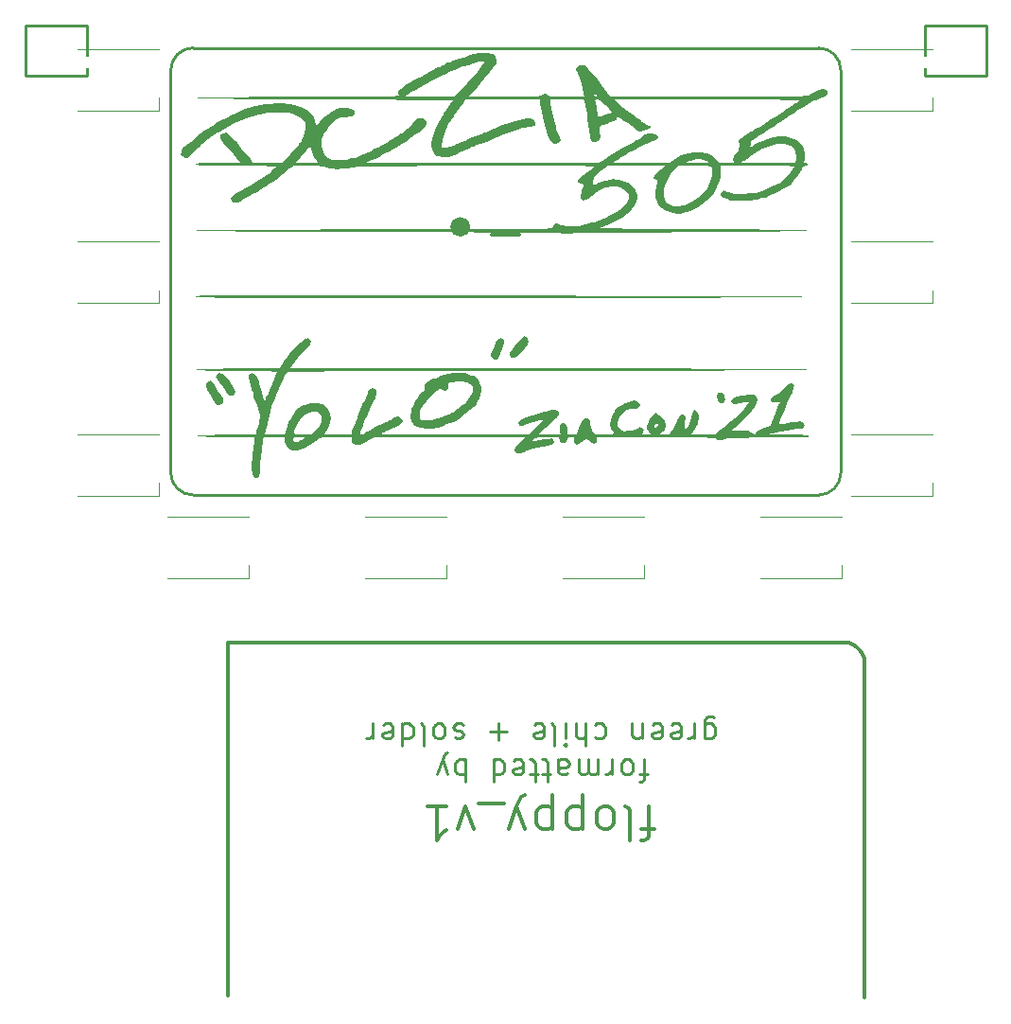
<source format=gbr>
G04 #@! TF.GenerationSoftware,KiCad,Pcbnew,(5.99.0-10336-g9846076676)*
G04 #@! TF.CreationDate,2021-04-17T01:38:01-06:00*
G04 #@! TF.ProjectId,yolo-badge,796f6c6f-2d62-4616-9467-652e6b696361,rev?*
G04 #@! TF.SameCoordinates,Original*
G04 #@! TF.FileFunction,Legend,Top*
G04 #@! TF.FilePolarity,Positive*
%FSLAX46Y46*%
G04 Gerber Fmt 4.6, Leading zero omitted, Abs format (unit mm)*
G04 Created by KiCad (PCBNEW (5.99.0-10336-g9846076676)) date 2021-04-17 01:38:01*
%MOMM*%
%LPD*%
G01*
G04 APERTURE LIST*
%ADD10C,0.250000*%
%ADD11C,0.350000*%
%ADD12C,0.300000*%
%ADD13C,0.150000*%
%ADD14C,0.120000*%
%ADD15R,1.700000X1.700000*%
%ADD16O,1.700000X1.700000*%
%ADD17C,1.200000*%
%ADD18C,1.700000*%
%ADD19R,1.500000X1.000000*%
G04 APERTURE END LIST*
D10*
X156626190Y-120898571D02*
X155864285Y-120898571D01*
X156340476Y-119565238D02*
X156340476Y-121279523D01*
X156245238Y-121470000D01*
X156054761Y-121565238D01*
X155864285Y-121565238D01*
X154911904Y-119565238D02*
X155102380Y-119660476D01*
X155197619Y-119755714D01*
X155292857Y-119946190D01*
X155292857Y-120517619D01*
X155197619Y-120708095D01*
X155102380Y-120803333D01*
X154911904Y-120898571D01*
X154626190Y-120898571D01*
X154435714Y-120803333D01*
X154340476Y-120708095D01*
X154245238Y-120517619D01*
X154245238Y-119946190D01*
X154340476Y-119755714D01*
X154435714Y-119660476D01*
X154626190Y-119565238D01*
X154911904Y-119565238D01*
X153388095Y-119565238D02*
X153388095Y-120898571D01*
X153388095Y-120517619D02*
X153292857Y-120708095D01*
X153197619Y-120803333D01*
X153007142Y-120898571D01*
X152816666Y-120898571D01*
X152150000Y-119565238D02*
X152150000Y-120898571D01*
X152150000Y-120708095D02*
X152054761Y-120803333D01*
X151864285Y-120898571D01*
X151578571Y-120898571D01*
X151388095Y-120803333D01*
X151292857Y-120612857D01*
X151292857Y-119565238D01*
X151292857Y-120612857D02*
X151197619Y-120803333D01*
X151007142Y-120898571D01*
X150721428Y-120898571D01*
X150530952Y-120803333D01*
X150435714Y-120612857D01*
X150435714Y-119565238D01*
X148626190Y-119565238D02*
X148626190Y-120612857D01*
X148721428Y-120803333D01*
X148911904Y-120898571D01*
X149292857Y-120898571D01*
X149483333Y-120803333D01*
X148626190Y-119660476D02*
X148816666Y-119565238D01*
X149292857Y-119565238D01*
X149483333Y-119660476D01*
X149578571Y-119850952D01*
X149578571Y-120041428D01*
X149483333Y-120231904D01*
X149292857Y-120327142D01*
X148816666Y-120327142D01*
X148626190Y-120422380D01*
X147959523Y-120898571D02*
X147197619Y-120898571D01*
X147673809Y-121565238D02*
X147673809Y-119850952D01*
X147578571Y-119660476D01*
X147388095Y-119565238D01*
X147197619Y-119565238D01*
X146816666Y-120898571D02*
X146054761Y-120898571D01*
X146530952Y-121565238D02*
X146530952Y-119850952D01*
X146435714Y-119660476D01*
X146245238Y-119565238D01*
X146054761Y-119565238D01*
X144626190Y-119660476D02*
X144816666Y-119565238D01*
X145197619Y-119565238D01*
X145388095Y-119660476D01*
X145483333Y-119850952D01*
X145483333Y-120612857D01*
X145388095Y-120803333D01*
X145197619Y-120898571D01*
X144816666Y-120898571D01*
X144626190Y-120803333D01*
X144530952Y-120612857D01*
X144530952Y-120422380D01*
X145483333Y-120231904D01*
X142816666Y-119565238D02*
X142816666Y-121565238D01*
X142816666Y-119660476D02*
X143007142Y-119565238D01*
X143388095Y-119565238D01*
X143578571Y-119660476D01*
X143673809Y-119755714D01*
X143769047Y-119946190D01*
X143769047Y-120517619D01*
X143673809Y-120708095D01*
X143578571Y-120803333D01*
X143388095Y-120898571D01*
X143007142Y-120898571D01*
X142816666Y-120803333D01*
X140340476Y-119565238D02*
X140340476Y-121565238D01*
X140340476Y-120803333D02*
X140150000Y-120898571D01*
X139769047Y-120898571D01*
X139578571Y-120803333D01*
X139483333Y-120708095D01*
X139388095Y-120517619D01*
X139388095Y-119946190D01*
X139483333Y-119755714D01*
X139578571Y-119660476D01*
X139769047Y-119565238D01*
X140150000Y-119565238D01*
X140340476Y-119660476D01*
X138721428Y-120898571D02*
X138245238Y-119565238D01*
X137769047Y-120898571D02*
X138245238Y-119565238D01*
X138435714Y-119089047D01*
X138530952Y-118993809D01*
X138721428Y-118898571D01*
X161721428Y-117678571D02*
X161721428Y-116059523D01*
X161816666Y-115869047D01*
X161911904Y-115773809D01*
X162102380Y-115678571D01*
X162388095Y-115678571D01*
X162578571Y-115773809D01*
X161721428Y-116440476D02*
X161911904Y-116345238D01*
X162292857Y-116345238D01*
X162483333Y-116440476D01*
X162578571Y-116535714D01*
X162673809Y-116726190D01*
X162673809Y-117297619D01*
X162578571Y-117488095D01*
X162483333Y-117583333D01*
X162292857Y-117678571D01*
X161911904Y-117678571D01*
X161721428Y-117583333D01*
X160769047Y-116345238D02*
X160769047Y-117678571D01*
X160769047Y-117297619D02*
X160673809Y-117488095D01*
X160578571Y-117583333D01*
X160388095Y-117678571D01*
X160197619Y-117678571D01*
X158769047Y-116440476D02*
X158959523Y-116345238D01*
X159340476Y-116345238D01*
X159530952Y-116440476D01*
X159626190Y-116630952D01*
X159626190Y-117392857D01*
X159530952Y-117583333D01*
X159340476Y-117678571D01*
X158959523Y-117678571D01*
X158769047Y-117583333D01*
X158673809Y-117392857D01*
X158673809Y-117202380D01*
X159626190Y-117011904D01*
X157054761Y-116440476D02*
X157245238Y-116345238D01*
X157626190Y-116345238D01*
X157816666Y-116440476D01*
X157911904Y-116630952D01*
X157911904Y-117392857D01*
X157816666Y-117583333D01*
X157626190Y-117678571D01*
X157245238Y-117678571D01*
X157054761Y-117583333D01*
X156959523Y-117392857D01*
X156959523Y-117202380D01*
X157911904Y-117011904D01*
X156102380Y-117678571D02*
X156102380Y-116345238D01*
X156102380Y-117488095D02*
X156007142Y-117583333D01*
X155816666Y-117678571D01*
X155530952Y-117678571D01*
X155340476Y-117583333D01*
X155245238Y-117392857D01*
X155245238Y-116345238D01*
X151911904Y-116440476D02*
X152102380Y-116345238D01*
X152483333Y-116345238D01*
X152673809Y-116440476D01*
X152769047Y-116535714D01*
X152864285Y-116726190D01*
X152864285Y-117297619D01*
X152769047Y-117488095D01*
X152673809Y-117583333D01*
X152483333Y-117678571D01*
X152102380Y-117678571D01*
X151911904Y-117583333D01*
X151054761Y-116345238D02*
X151054761Y-118345238D01*
X150197619Y-116345238D02*
X150197619Y-117392857D01*
X150292857Y-117583333D01*
X150483333Y-117678571D01*
X150769047Y-117678571D01*
X150959523Y-117583333D01*
X151054761Y-117488095D01*
X149245238Y-116345238D02*
X149245238Y-117678571D01*
X149245238Y-118345238D02*
X149340476Y-118250000D01*
X149245238Y-118154761D01*
X149150000Y-118250000D01*
X149245238Y-118345238D01*
X149245238Y-118154761D01*
X148007142Y-116345238D02*
X148197619Y-116440476D01*
X148292857Y-116630952D01*
X148292857Y-118345238D01*
X146483333Y-116440476D02*
X146673809Y-116345238D01*
X147054761Y-116345238D01*
X147245238Y-116440476D01*
X147340476Y-116630952D01*
X147340476Y-117392857D01*
X147245238Y-117583333D01*
X147054761Y-117678571D01*
X146673809Y-117678571D01*
X146483333Y-117583333D01*
X146388095Y-117392857D01*
X146388095Y-117202380D01*
X147340476Y-117011904D01*
X144007142Y-117107142D02*
X142483333Y-117107142D01*
X143245238Y-116345238D02*
X143245238Y-117869047D01*
X140102380Y-116440476D02*
X139911904Y-116345238D01*
X139530952Y-116345238D01*
X139340476Y-116440476D01*
X139245238Y-116630952D01*
X139245238Y-116726190D01*
X139340476Y-116916666D01*
X139530952Y-117011904D01*
X139816666Y-117011904D01*
X140007142Y-117107142D01*
X140102380Y-117297619D01*
X140102380Y-117392857D01*
X140007142Y-117583333D01*
X139816666Y-117678571D01*
X139530952Y-117678571D01*
X139340476Y-117583333D01*
X138102380Y-116345238D02*
X138292857Y-116440476D01*
X138388095Y-116535714D01*
X138483333Y-116726190D01*
X138483333Y-117297619D01*
X138388095Y-117488095D01*
X138292857Y-117583333D01*
X138102380Y-117678571D01*
X137816666Y-117678571D01*
X137626190Y-117583333D01*
X137530952Y-117488095D01*
X137435714Y-117297619D01*
X137435714Y-116726190D01*
X137530952Y-116535714D01*
X137626190Y-116440476D01*
X137816666Y-116345238D01*
X138102380Y-116345238D01*
X136292857Y-116345238D02*
X136483333Y-116440476D01*
X136578571Y-116630952D01*
X136578571Y-118345238D01*
X134673809Y-116345238D02*
X134673809Y-118345238D01*
X134673809Y-116440476D02*
X134864285Y-116345238D01*
X135245238Y-116345238D01*
X135435714Y-116440476D01*
X135530952Y-116535714D01*
X135626190Y-116726190D01*
X135626190Y-117297619D01*
X135530952Y-117488095D01*
X135435714Y-117583333D01*
X135245238Y-117678571D01*
X134864285Y-117678571D01*
X134673809Y-117583333D01*
X132959523Y-116440476D02*
X133150000Y-116345238D01*
X133530952Y-116345238D01*
X133721428Y-116440476D01*
X133816666Y-116630952D01*
X133816666Y-117392857D01*
X133721428Y-117583333D01*
X133530952Y-117678571D01*
X133150000Y-117678571D01*
X132959523Y-117583333D01*
X132864285Y-117392857D01*
X132864285Y-117202380D01*
X133816666Y-117011904D01*
X132007142Y-116345238D02*
X132007142Y-117678571D01*
X132007142Y-117297619D02*
X131911904Y-117488095D01*
X131816666Y-117583333D01*
X131626190Y-117678571D01*
X131435714Y-117678571D01*
D11*
X157195714Y-125772857D02*
X156052857Y-125772857D01*
X156767142Y-123772857D02*
X156767142Y-126344285D01*
X156624285Y-126630000D01*
X156338571Y-126772857D01*
X156052857Y-126772857D01*
X154624285Y-123772857D02*
X154910000Y-123915714D01*
X155052857Y-124201428D01*
X155052857Y-126772857D01*
X153052857Y-123772857D02*
X153338571Y-123915714D01*
X153481428Y-124058571D01*
X153624285Y-124344285D01*
X153624285Y-125201428D01*
X153481428Y-125487142D01*
X153338571Y-125630000D01*
X153052857Y-125772857D01*
X152624285Y-125772857D01*
X152338571Y-125630000D01*
X152195714Y-125487142D01*
X152052857Y-125201428D01*
X152052857Y-124344285D01*
X152195714Y-124058571D01*
X152338571Y-123915714D01*
X152624285Y-123772857D01*
X153052857Y-123772857D01*
X150767142Y-125772857D02*
X150767142Y-122772857D01*
X150767142Y-125630000D02*
X150481428Y-125772857D01*
X149910000Y-125772857D01*
X149624285Y-125630000D01*
X149481428Y-125487142D01*
X149338571Y-125201428D01*
X149338571Y-124344285D01*
X149481428Y-124058571D01*
X149624285Y-123915714D01*
X149910000Y-123772857D01*
X150481428Y-123772857D01*
X150767142Y-123915714D01*
X148052857Y-125772857D02*
X148052857Y-122772857D01*
X148052857Y-125630000D02*
X147767142Y-125772857D01*
X147195714Y-125772857D01*
X146910000Y-125630000D01*
X146767142Y-125487142D01*
X146624285Y-125201428D01*
X146624285Y-124344285D01*
X146767142Y-124058571D01*
X146910000Y-123915714D01*
X147195714Y-123772857D01*
X147767142Y-123772857D01*
X148052857Y-123915714D01*
X145624285Y-125772857D02*
X144910000Y-123772857D01*
X144195714Y-125772857D02*
X144910000Y-123772857D01*
X145195714Y-123058571D01*
X145338571Y-122915714D01*
X145624285Y-122772857D01*
X143767142Y-123487142D02*
X141481428Y-123487142D01*
X141052857Y-125772857D02*
X140338571Y-123772857D01*
X139624285Y-125772857D01*
X136910000Y-123772857D02*
X138624285Y-123772857D01*
X137767142Y-123772857D02*
X137767142Y-126772857D01*
X138052857Y-126344285D01*
X138338571Y-126058571D01*
X138624285Y-125915714D01*
D12*
X176060000Y-110540000D02*
X176060000Y-140900000D01*
X175840000Y-110130000D02*
X176060000Y-110540000D01*
X175610000Y-109820000D02*
X175840000Y-110130000D01*
X175340000Y-109540000D02*
X175610000Y-109820000D01*
X175040000Y-109320000D02*
X175340000Y-109540000D01*
X174620000Y-109130000D02*
X175040000Y-109320000D01*
X119030000Y-109130000D02*
X174620000Y-109130000D01*
X119030000Y-140710000D02*
X119030000Y-109130000D01*
D10*
X115930000Y-95910000D02*
X171930000Y-95910000D01*
X173930000Y-93910000D02*
G75*
G02*
X171930000Y-95910000I-2000000J0D01*
G01*
X173930000Y-93910000D02*
X173930000Y-57910000D01*
X171930000Y-55910000D02*
G75*
G02*
X173930000Y-57910000I0J-2000000D01*
G01*
X171930000Y-55910000D02*
X115930000Y-55910000D01*
X113930000Y-57910000D02*
G75*
G02*
X115930000Y-55910000I2000000J0D01*
G01*
X113930000Y-57910000D02*
X113930000Y-93910000D01*
X115930000Y-95910000D02*
G75*
G02*
X113930000Y-93910000I0J2000000D01*
G01*
X106430143Y-53910000D02*
X100930143Y-53910000D01*
X100930143Y-58410000D02*
X100930143Y-53910000D01*
X100930143Y-58410000D02*
X106430143Y-58410000D01*
X106430143Y-53910000D02*
X106430143Y-58410000D01*
X186929857Y-58410000D02*
X186929857Y-53910000D01*
X181429857Y-53910000D02*
X186929857Y-53910000D01*
X181429857Y-53910000D02*
X181429857Y-58410000D01*
X186929857Y-58410000D02*
X181429857Y-58410000D01*
G36*
X158650666Y-90384749D02*
G01*
X158698743Y-90255605D01*
X158820896Y-90053876D01*
X158902291Y-89940249D01*
X159090235Y-89642404D01*
X159253518Y-89303116D01*
X159290363Y-89204694D01*
X159400147Y-88952576D01*
X159525020Y-88767007D01*
X159582938Y-88718164D01*
X159802715Y-88672063D01*
X159972351Y-88754988D01*
X160052071Y-88926946D01*
X160005029Y-89142567D01*
X159953866Y-89309515D01*
X159926747Y-89536259D01*
X159924677Y-89763960D01*
X159948662Y-89933778D01*
X159990574Y-89988667D01*
X160090469Y-89932501D01*
X160241866Y-89795262D01*
X160261075Y-89775145D01*
X160396767Y-89569168D01*
X160495914Y-89262664D01*
X160553619Y-88950300D01*
X160613954Y-88613626D01*
X160677585Y-88415106D01*
X160756200Y-88323767D01*
X160795185Y-88310164D01*
X161000426Y-88332361D01*
X161129888Y-88496777D01*
X161187064Y-88809008D01*
X161190666Y-88943420D01*
X161118748Y-89513345D01*
X160907651Y-90003167D01*
X160704668Y-90263833D01*
X160481652Y-90496667D01*
X161576992Y-90495914D01*
X162672333Y-90495162D01*
X163140620Y-90093747D01*
X163390069Y-89880564D01*
X163601308Y-89701181D01*
X163730204Y-89593070D01*
X163733287Y-89590542D01*
X164065104Y-89313675D01*
X164398711Y-89026180D01*
X164709074Y-88750731D01*
X164971159Y-88510005D01*
X165159930Y-88326678D01*
X165250354Y-88223425D01*
X165254666Y-88212498D01*
X165304835Y-88106484D01*
X165429893Y-87932411D01*
X165476868Y-87874920D01*
X165608157Y-87704194D01*
X165668583Y-87595597D01*
X165667368Y-87581233D01*
X165562796Y-87579312D01*
X165300248Y-87616606D01*
X164886224Y-87692078D01*
X164542371Y-87760424D01*
X164318590Y-87762760D01*
X164188353Y-87663738D01*
X164107716Y-87498585D01*
X164139267Y-87359956D01*
X164295854Y-87239696D01*
X164590324Y-87129648D01*
X165035525Y-87021656D01*
X165274589Y-86974184D01*
X165641580Y-86912868D01*
X165887520Y-86895647D01*
X166054525Y-86921325D01*
X166122109Y-86950153D01*
X166351627Y-87130731D01*
X166438632Y-87363947D01*
X166383297Y-87662316D01*
X166185794Y-88038350D01*
X166138174Y-88110779D01*
X165928146Y-88386667D01*
X165640534Y-88716916D01*
X165310758Y-89065623D01*
X164974238Y-89396885D01*
X164666392Y-89674798D01*
X164422640Y-89863458D01*
X164386833Y-89886049D01*
X164225707Y-89999782D01*
X164154209Y-90084778D01*
X164154000Y-90087558D01*
X164232323Y-90112016D01*
X164442398Y-90125815D01*
X164746880Y-90127273D01*
X164930783Y-90122571D01*
X165302897Y-90112780D01*
X165547381Y-90119996D01*
X165705662Y-90151566D01*
X165819168Y-90214837D01*
X165908298Y-90295935D01*
X166086022Y-90435091D01*
X166240796Y-90496515D01*
X166246292Y-90496667D01*
X166337450Y-90471489D01*
X166330090Y-90443201D01*
X166305616Y-90323889D01*
X166430522Y-90183764D01*
X166688185Y-90035429D01*
X167054892Y-89893776D01*
X167675540Y-89692333D01*
X167835603Y-89184333D01*
X167963183Y-88817370D01*
X168123210Y-88407271D01*
X168233833Y-88149026D01*
X168353118Y-87880351D01*
X168438559Y-87679178D01*
X168471986Y-87588313D01*
X168472000Y-87587926D01*
X168396965Y-87576094D01*
X168207436Y-87585402D01*
X168099882Y-87596077D01*
X167862635Y-87611841D01*
X167739000Y-87577401D01*
X167676496Y-87475503D01*
X167669554Y-87454613D01*
X167672459Y-87232237D01*
X167805466Y-87072537D01*
X167982206Y-87025333D01*
X168114413Y-86967848D01*
X168325750Y-86813779D01*
X168580206Y-86590704D01*
X168694537Y-86479808D01*
X169013364Y-86176017D01*
X169250628Y-85990962D01*
X169430504Y-85911116D01*
X169577165Y-85922953D01*
X169636166Y-85952943D01*
X169731112Y-86108036D01*
X169708275Y-86372387D01*
X169569053Y-86734965D01*
X169526234Y-86820484D01*
X169364820Y-87148703D01*
X169177653Y-87555040D01*
X168982418Y-87998086D01*
X168796801Y-88436434D01*
X168638487Y-88828676D01*
X168525164Y-89133406D01*
X168487124Y-89253354D01*
X168447024Y-89394644D01*
X168435233Y-89488162D01*
X168476510Y-89538188D01*
X168595612Y-89549002D01*
X168817299Y-89524884D01*
X169166328Y-89470114D01*
X169462114Y-89421899D01*
X169927320Y-89355238D01*
X170253442Y-89334028D01*
X170465685Y-89362696D01*
X170589254Y-89445666D01*
X170649352Y-89587364D01*
X170657304Y-89631751D01*
X170609602Y-89810170D01*
X170434776Y-89935180D01*
X170173046Y-89979262D01*
X170150522Y-89978514D01*
X169913255Y-89991455D01*
X169541788Y-90042084D01*
X169065778Y-90125376D01*
X168514882Y-90236307D01*
X168133333Y-90320253D01*
X167413666Y-90483731D01*
X169207836Y-90490199D01*
X169880362Y-90496622D01*
X170393866Y-90511223D01*
X170758517Y-90535170D01*
X170984481Y-90569633D01*
X171081926Y-90615778D01*
X171061020Y-90674775D01*
X171026772Y-90699204D01*
X170928376Y-90709616D01*
X170679751Y-90719732D01*
X170300001Y-90729222D01*
X169808231Y-90737761D01*
X169223543Y-90745022D01*
X168565043Y-90750678D01*
X167851834Y-90754402D01*
X167786890Y-90754627D01*
X166818621Y-90759817D01*
X166001217Y-90768979D01*
X165316242Y-90782960D01*
X164745257Y-90802607D01*
X164269823Y-90828768D01*
X163871502Y-90862290D01*
X163531857Y-90904021D01*
X163232449Y-90954808D01*
X163173025Y-90966690D01*
X162918869Y-90969807D01*
X162774715Y-90883287D01*
X162734296Y-90855233D01*
X162665185Y-90831352D01*
X162554901Y-90811363D01*
X162390961Y-90794986D01*
X162160883Y-90781939D01*
X161852185Y-90771943D01*
X161452386Y-90764715D01*
X160949002Y-90759975D01*
X160329552Y-90757443D01*
X159581554Y-90756838D01*
X158692526Y-90757879D01*
X157649986Y-90760285D01*
X157343750Y-90761123D01*
X152049789Y-90775963D01*
X152096004Y-90960097D01*
X152082119Y-91153418D01*
X151962679Y-91275435D01*
X151790536Y-91314690D01*
X151618541Y-91259722D01*
X151499545Y-91099073D01*
X151496567Y-91090072D01*
X151382059Y-90968003D01*
X151179754Y-90939219D01*
X150938862Y-90997491D01*
X150708596Y-91136594D01*
X150644532Y-91197874D01*
X150475161Y-91349904D01*
X150334769Y-91425984D01*
X150317940Y-91428000D01*
X150148229Y-91355070D01*
X150048824Y-91175289D01*
X150049158Y-90963433D01*
X150069977Y-90827666D01*
X150013667Y-90766822D01*
X149840002Y-90751063D01*
X149762279Y-90750667D01*
X149536894Y-90766524D01*
X149437952Y-90826319D01*
X149422000Y-90903067D01*
X149348928Y-91118717D01*
X149153757Y-91241830D01*
X149021949Y-91258667D01*
X148867018Y-91214923D01*
X148785593Y-91055073D01*
X148774300Y-91004667D01*
X148723500Y-90750667D01*
X147654583Y-90753359D01*
X147160554Y-90760273D01*
X146810320Y-90779844D01*
X146578644Y-90814655D01*
X146440288Y-90867291D01*
X146422514Y-90879484D01*
X146307125Y-90998520D01*
X146351127Y-91060452D01*
X146554529Y-91065283D01*
X146917338Y-91013014D01*
X146944131Y-91008071D01*
X147416123Y-90922500D01*
X147748667Y-90870350D01*
X147968136Y-90850723D01*
X148100900Y-90862718D01*
X148173333Y-90905438D01*
X148207079Y-90965018D01*
X148232243Y-91126972D01*
X148162077Y-91264796D01*
X147981373Y-91386169D01*
X147674920Y-91498772D01*
X147227512Y-91610288D01*
X146736193Y-91707897D01*
X146375865Y-91784068D01*
X146049801Y-91869679D01*
X145818093Y-91948585D01*
X145786581Y-91963024D01*
X145526328Y-92063551D01*
X145228452Y-92140621D01*
X145197939Y-92146100D01*
X144969971Y-92169714D01*
X144843314Y-92128154D01*
X144768138Y-92025908D01*
X144719821Y-91902109D01*
X144730474Y-91780016D01*
X144816684Y-91628449D01*
X144995036Y-91416228D01*
X145219580Y-91177265D01*
X145628417Y-90750667D01*
X132141865Y-90750667D01*
X131701432Y-91031793D01*
X131393588Y-91204448D01*
X131074972Y-91346578D01*
X130901146Y-91403796D01*
X130655447Y-91451590D01*
X130491495Y-91430461D01*
X130332218Y-91330210D01*
X130329646Y-91328191D01*
X130170075Y-91136023D01*
X130118000Y-90956188D01*
X130118000Y-90750667D01*
X128685722Y-90750667D01*
X128212060Y-90754291D01*
X127801126Y-90764332D01*
X127481207Y-90779539D01*
X127280589Y-90798660D01*
X127225222Y-90815232D01*
X127135053Y-90908212D01*
X126938446Y-91060234D01*
X126674821Y-91244324D01*
X126383599Y-91433509D01*
X126104201Y-91600815D01*
X125972614Y-91672313D01*
X125581908Y-91829768D01*
X125193830Y-91910062D01*
X124852520Y-91909292D01*
X124602117Y-91823553D01*
X124567602Y-91796565D01*
X124282360Y-91473000D01*
X124128295Y-91146215D01*
X124106666Y-90985828D01*
X124106666Y-90962333D01*
X124868666Y-90962333D01*
X124898875Y-91117731D01*
X125023656Y-91169332D01*
X125101500Y-91171357D01*
X125316771Y-91125333D01*
X125579793Y-91012946D01*
X125673000Y-90960125D01*
X126011666Y-90751534D01*
X125440166Y-90751100D01*
X125137375Y-90754257D01*
X124966342Y-90773562D01*
X124889506Y-90822898D01*
X124869307Y-90916146D01*
X124868666Y-90962333D01*
X124106666Y-90962333D01*
X124106666Y-90750667D01*
X122251673Y-90750667D01*
X122209852Y-91025833D01*
X122171627Y-91290398D01*
X122128781Y-91604732D01*
X122118656Y-91682000D01*
X122079396Y-91979590D01*
X122029649Y-92349613D01*
X121993700Y-92613333D01*
X121957660Y-92995080D01*
X121945036Y-93394198D01*
X121952402Y-93624497D01*
X121940327Y-93981871D01*
X121854184Y-94238784D01*
X121708599Y-94375534D01*
X121518200Y-94372419D01*
X121431174Y-94326537D01*
X121297371Y-94188079D01*
X121215000Y-93969891D01*
X121178523Y-93644509D01*
X121182400Y-93184467D01*
X121185753Y-93109709D01*
X121212116Y-92706849D01*
X121249317Y-92319957D01*
X121290734Y-92013971D01*
X121305428Y-91936000D01*
X121366656Y-91595906D01*
X121416060Y-91231375D01*
X121423935Y-91154025D01*
X121460930Y-90753049D01*
X118846742Y-90730691D01*
X118045761Y-90721135D01*
X117382299Y-90707487D01*
X116863007Y-90690019D01*
X116494537Y-90669003D01*
X116283539Y-90644713D01*
X116232556Y-90623667D01*
X116316133Y-90597222D01*
X116562548Y-90573796D01*
X116965328Y-90553648D01*
X117518001Y-90537038D01*
X118214092Y-90524227D01*
X118898297Y-90516646D01*
X121564036Y-90494291D01*
X121614566Y-90262646D01*
X121682059Y-89999486D01*
X121737588Y-89819333D01*
X121781339Y-89681082D01*
X121822393Y-89519240D01*
X121871317Y-89287236D01*
X121938684Y-88938499D01*
X121944594Y-88907291D01*
X121931489Y-88745981D01*
X121868742Y-88482478D01*
X121773685Y-88170115D01*
X121663649Y-87862224D01*
X121555966Y-87612138D01*
X121484349Y-87491000D01*
X121430402Y-87360724D01*
X121374275Y-87132097D01*
X121355000Y-87025333D01*
X121303670Y-86776402D01*
X121246623Y-86597078D01*
X121225926Y-86559667D01*
X121187706Y-86486389D01*
X121142211Y-86341824D01*
X121083306Y-86101248D01*
X121004858Y-85739934D01*
X120918184Y-85319199D01*
X120914348Y-85139332D01*
X121020450Y-85048723D01*
X121050284Y-85038327D01*
X121263686Y-85012745D01*
X121376166Y-85029743D01*
X121522825Y-85141308D01*
X121674365Y-85346480D01*
X121787311Y-85576584D01*
X121820666Y-85731900D01*
X121843081Y-85877090D01*
X121901757Y-86128997D01*
X121981324Y-86423538D01*
X122072249Y-86747394D01*
X122150312Y-87038079D01*
X122194604Y-87215833D01*
X122265301Y-87390327D01*
X122348174Y-87444771D01*
X122405706Y-87367238D01*
X122413333Y-87285381D01*
X122470880Y-87092262D01*
X122542839Y-86992589D01*
X122656514Y-86829580D01*
X122771717Y-86592619D01*
X122791435Y-86542041D01*
X122883507Y-86303774D01*
X123014524Y-85976755D01*
X123157522Y-85628212D01*
X123169929Y-85598394D01*
X123291887Y-85296816D01*
X123383047Y-85054515D01*
X123427421Y-84914487D01*
X123429333Y-84900803D01*
X123347392Y-84884052D01*
X123112472Y-84867671D01*
X122740927Y-84852098D01*
X122249112Y-84837773D01*
X121653381Y-84825132D01*
X120970088Y-84814616D01*
X120215588Y-84806663D01*
X119809833Y-84803742D01*
X118836937Y-84795844D01*
X118009272Y-84784970D01*
X117331043Y-84771243D01*
X116806454Y-84754788D01*
X116439711Y-84735728D01*
X116235017Y-84714188D01*
X116190333Y-84697000D01*
X116274317Y-84673990D01*
X116523570Y-84653321D01*
X116934042Y-84635108D01*
X117501682Y-84619467D01*
X118222441Y-84606516D01*
X119092269Y-84596369D01*
X119906515Y-84590268D01*
X123622696Y-84568202D01*
X123790754Y-84378601D01*
X123949107Y-84157050D01*
X124069295Y-83930380D01*
X124165130Y-83775881D01*
X124346509Y-83536049D01*
X124581795Y-83247792D01*
X124839353Y-82948017D01*
X125087548Y-82673634D01*
X125294744Y-82461550D01*
X125420172Y-82354345D01*
X125535948Y-82262443D01*
X125709419Y-82109415D01*
X125742279Y-82079178D01*
X126008036Y-81897804D01*
X126237175Y-81877257D01*
X126375733Y-81962267D01*
X126472639Y-82164244D01*
X126413000Y-82409313D01*
X126200297Y-82685192D01*
X126159833Y-82724326D01*
X125901056Y-82981508D01*
X125601916Y-83300258D01*
X125298743Y-83639526D01*
X125027868Y-83958263D01*
X124825622Y-84215419D01*
X124770753Y-84293857D01*
X124617376Y-84527667D01*
X147835854Y-84570000D01*
X150527573Y-84575216D01*
X153055125Y-84580749D01*
X155418182Y-84586598D01*
X157616412Y-84592759D01*
X159649485Y-84599233D01*
X161517072Y-84606015D01*
X163218842Y-84613106D01*
X164754464Y-84620503D01*
X166123610Y-84628205D01*
X167325949Y-84636209D01*
X168361149Y-84644513D01*
X169228883Y-84653116D01*
X169928818Y-84662017D01*
X170460626Y-84671213D01*
X170823976Y-84680702D01*
X171018537Y-84690483D01*
X171054333Y-84697000D01*
X170969712Y-84706883D01*
X170716033Y-84716323D01*
X170293568Y-84725317D01*
X169702594Y-84733864D01*
X168943382Y-84741964D01*
X168016208Y-84749614D01*
X166921344Y-84756814D01*
X165659067Y-84763563D01*
X164229648Y-84769859D01*
X162633363Y-84775700D01*
X160870485Y-84781087D01*
X158941289Y-84786016D01*
X156846047Y-84790488D01*
X154585035Y-84794501D01*
X152158527Y-84798054D01*
X149566796Y-84801145D01*
X147707500Y-84802985D01*
X145371382Y-84805400D01*
X143135874Y-84808279D01*
X141005032Y-84811604D01*
X138982913Y-84815359D01*
X137073575Y-84819524D01*
X135281073Y-84824085D01*
X133609464Y-84829022D01*
X132062805Y-84834318D01*
X130645154Y-84839957D01*
X129360566Y-84845921D01*
X128213099Y-84852192D01*
X127206808Y-84858754D01*
X126345752Y-84865588D01*
X125633986Y-84872678D01*
X125075568Y-84880007D01*
X124674554Y-84887556D01*
X124435001Y-84895308D01*
X124360666Y-84902770D01*
X124306773Y-85021407D01*
X124237264Y-85104640D01*
X124157437Y-85229569D01*
X124033865Y-85475623D01*
X123884054Y-85806063D01*
X123740197Y-86147854D01*
X123572811Y-86556686D01*
X123410117Y-86948504D01*
X123273095Y-87273072D01*
X123196900Y-87448667D01*
X122979387Y-87975529D01*
X122834349Y-88427872D01*
X122750987Y-88807963D01*
X122681015Y-89152101D01*
X122595537Y-89508483D01*
X122579032Y-89569963D01*
X122498393Y-89872050D01*
X122425952Y-90158542D01*
X122410898Y-90221500D01*
X122346499Y-90496667D01*
X123247749Y-90495534D01*
X124149000Y-90494402D01*
X124210744Y-90316241D01*
X124954942Y-90316241D01*
X125006480Y-90425377D01*
X125181190Y-90478399D01*
X125497211Y-90495395D01*
X125733361Y-90496667D01*
X126513390Y-90496667D01*
X126954469Y-90030231D01*
X127250171Y-89681279D01*
X127415289Y-89383965D01*
X127464110Y-89102255D01*
X127424159Y-88845667D01*
X127274340Y-88585766D01*
X127016679Y-88438535D01*
X126683731Y-88421969D01*
X126663625Y-88425251D01*
X126316676Y-88537941D01*
X125962806Y-88736768D01*
X125661534Y-88982002D01*
X125482353Y-89213740D01*
X125345397Y-89475688D01*
X125188278Y-89774528D01*
X125148830Y-89849268D01*
X125008439Y-90130901D01*
X124954942Y-90316241D01*
X124210744Y-90316241D01*
X124302656Y-90051034D01*
X124399389Y-89753874D01*
X124476612Y-89484994D01*
X124502765Y-89374833D01*
X124559501Y-89206180D01*
X124623140Y-89142000D01*
X124701547Y-89071851D01*
X124797779Y-88899621D01*
X124812444Y-88865848D01*
X124966217Y-88594653D01*
X125186235Y-88321475D01*
X125433227Y-88084647D01*
X125667921Y-87922497D01*
X125830698Y-87872000D01*
X126009435Y-87846149D01*
X126088955Y-87799270D01*
X126192075Y-87749308D01*
X126408068Y-87699657D01*
X126580786Y-87674471D01*
X127074079Y-87677325D01*
X127510743Y-87796438D01*
X127848513Y-88020225D01*
X127850814Y-88022518D01*
X128034948Y-88289406D01*
X128177616Y-88647960D01*
X128250200Y-89021002D01*
X128254058Y-89110070D01*
X128212874Y-89371298D01*
X128105796Y-89703536D01*
X127960464Y-90036636D01*
X127804515Y-90300450D01*
X127766111Y-90348500D01*
X127725093Y-90405888D01*
X127734242Y-90446187D01*
X127816095Y-90472403D01*
X127993194Y-90487541D01*
X128288077Y-90494606D01*
X128723284Y-90496605D01*
X128877211Y-90496667D01*
X129314381Y-90492582D01*
X129684952Y-90481339D01*
X129959111Y-90464457D01*
X130107042Y-90443453D01*
X130124477Y-90433167D01*
X130143480Y-90314982D01*
X130184446Y-90164490D01*
X130257429Y-89953344D01*
X130372484Y-89653199D01*
X130539666Y-89235709D01*
X130615421Y-89049080D01*
X130775359Y-88646037D01*
X130908723Y-88291091D01*
X131003484Y-88017690D01*
X131047611Y-87859287D01*
X131049333Y-87842580D01*
X131083980Y-87721751D01*
X131118992Y-87702667D01*
X131194810Y-87632751D01*
X131304158Y-87459121D01*
X131419366Y-87235948D01*
X131512769Y-87017405D01*
X131556698Y-86857667D01*
X131557333Y-86844398D01*
X131624257Y-86632364D01*
X131785567Y-86446527D01*
X131982071Y-86350749D01*
X132017433Y-86348000D01*
X132247828Y-86401102D01*
X132361355Y-86562769D01*
X132358015Y-86836544D01*
X132237807Y-87225971D01*
X132017214Y-87702667D01*
X131847419Y-88048282D01*
X131658577Y-88457021D01*
X131464994Y-88894949D01*
X131280973Y-89328130D01*
X131120820Y-89722631D01*
X130998841Y-90044516D01*
X130929339Y-90259850D01*
X130919730Y-90306167D01*
X130922819Y-90430453D01*
X130985927Y-90481074D01*
X131127483Y-90453095D01*
X131365916Y-90341577D01*
X131719656Y-90141585D01*
X131871856Y-90051126D01*
X132227943Y-89846292D01*
X132570304Y-89663930D01*
X132848017Y-89530543D01*
X132954333Y-89487803D01*
X133261063Y-89356572D01*
X133561317Y-89192156D01*
X133590718Y-89173183D01*
X133953699Y-88981660D01*
X134264640Y-88913749D01*
X134500119Y-88973361D01*
X134549140Y-89013236D01*
X134661112Y-89171690D01*
X134690000Y-89271749D01*
X134627314Y-89415708D01*
X134481451Y-89581478D01*
X134315697Y-89705891D01*
X134226195Y-89734667D01*
X134110323Y-89771645D01*
X133889933Y-89869319D01*
X133609434Y-90007796D01*
X133564646Y-90031000D01*
X133274127Y-90174482D01*
X133031797Y-90279730D01*
X132884615Y-90326581D01*
X132874483Y-90327333D01*
X132730410Y-90379006D01*
X132700333Y-90412000D01*
X132773251Y-90429813D01*
X133014951Y-90445540D01*
X133424893Y-90459175D01*
X134002538Y-90470712D01*
X134747347Y-90480142D01*
X135658780Y-90487459D01*
X136736298Y-90492656D01*
X137979362Y-90495726D01*
X139295313Y-90496667D01*
X145942620Y-90496667D01*
X146625238Y-89848817D01*
X146896309Y-89587966D01*
X147112226Y-89373316D01*
X147249150Y-89229034D01*
X147285427Y-89179514D01*
X147193676Y-89185878D01*
X146981977Y-89231697D01*
X146691928Y-89305665D01*
X146365128Y-89396476D01*
X146043175Y-89492822D01*
X145767666Y-89583396D01*
X145675587Y-89617082D01*
X145431357Y-89703707D01*
X145287841Y-89725142D01*
X145190280Y-89683290D01*
X145138155Y-89635774D01*
X145048099Y-89459222D01*
X145122910Y-89279410D01*
X145358234Y-89099280D01*
X145749718Y-88921779D01*
X146293009Y-88749850D01*
X146543333Y-88685375D01*
X146924315Y-88589630D01*
X147324219Y-88484927D01*
X147559333Y-88420873D01*
X148022054Y-88322520D01*
X148377653Y-88309095D01*
X148615557Y-88373028D01*
X148725194Y-88506748D01*
X148695992Y-88702685D01*
X148517379Y-88953268D01*
X148427916Y-89042842D01*
X148215396Y-89241423D01*
X147927000Y-89509031D01*
X147611686Y-89800284D01*
X147476021Y-89925167D01*
X146854402Y-90496667D01*
X148837006Y-90496667D01*
X148781518Y-90200890D01*
X148757858Y-89849632D01*
X148828148Y-89593945D01*
X148984670Y-89460246D01*
X148999229Y-89455987D01*
X149207986Y-89470386D01*
X149348964Y-89634056D01*
X149416642Y-89938797D01*
X149421999Y-90083805D01*
X149422000Y-90505516D01*
X149858760Y-90479924D01*
X150295520Y-90454333D01*
X150585093Y-89759423D01*
X150747512Y-89405330D01*
X150894960Y-89150445D01*
X151010467Y-89023400D01*
X151025405Y-89016670D01*
X151261897Y-89004998D01*
X151413606Y-89127415D01*
X151454000Y-89305309D01*
X151485077Y-89550962D01*
X151564079Y-89848292D01*
X151669663Y-90134995D01*
X151780484Y-90348763D01*
X151832366Y-90409814D01*
X151977107Y-90453780D01*
X152268575Y-90478166D01*
X152685129Y-90481457D01*
X152815302Y-90478559D01*
X153203735Y-90465348D01*
X153447441Y-90448425D01*
X153571022Y-90422716D01*
X153599077Y-90383150D01*
X153557146Y-90325586D01*
X153320782Y-89990210D01*
X153238094Y-89603878D01*
X153308702Y-89158644D01*
X153481572Y-88742365D01*
X153641564Y-88446769D01*
X153792430Y-88234004D01*
X153974934Y-88067190D01*
X154229837Y-87909450D01*
X154597903Y-87723904D01*
X154618058Y-87714175D01*
X155078803Y-87533735D01*
X155447181Y-87478983D01*
X155715781Y-87550000D01*
X155855637Y-87700744D01*
X155929358Y-87862756D01*
X155906496Y-87969145D01*
X155803859Y-88082046D01*
X155599183Y-88180140D01*
X155429059Y-88167394D01*
X155129529Y-88179977D01*
X154799305Y-88315893D01*
X154475418Y-88543274D01*
X154194901Y-88830254D01*
X153994785Y-89144967D01*
X153912104Y-89455546D01*
X153911688Y-89473114D01*
X153972909Y-89726435D01*
X154131474Y-89963518D01*
X154343710Y-90139373D01*
X154565942Y-90209012D01*
X154621146Y-90203937D01*
X154815816Y-90170430D01*
X155085485Y-90129844D01*
X155171600Y-90117850D01*
X155465249Y-90052973D01*
X155728977Y-89955245D01*
X155779881Y-89928210D01*
X155963824Y-89841681D01*
X156089309Y-89858309D01*
X156147447Y-89899392D01*
X156267237Y-90090352D01*
X156244035Y-90302848D01*
X156178399Y-90395067D01*
X156152197Y-90457080D01*
X156249046Y-90488341D01*
X156480498Y-90496667D01*
X156884197Y-90496667D01*
X156709486Y-90251308D01*
X156581355Y-89935839D01*
X156597524Y-89743725D01*
X157211333Y-89743725D01*
X157240371Y-89876769D01*
X157341413Y-89877878D01*
X157503116Y-89773990D01*
X157610287Y-89646412D01*
X157580773Y-89562240D01*
X157434610Y-89511031D01*
X157287642Y-89577044D01*
X157212167Y-89724763D01*
X157211333Y-89743725D01*
X156597524Y-89743725D01*
X156612090Y-89570663D01*
X156802147Y-89153776D01*
X157034688Y-88824502D01*
X157200271Y-88651355D01*
X157345598Y-88555861D01*
X157377593Y-88549336D01*
X157493077Y-88608287D01*
X157679124Y-88763213D01*
X157896447Y-88981218D01*
X157906759Y-88992451D01*
X158170559Y-89316350D01*
X158295679Y-89579142D01*
X158284693Y-89813109D01*
X158140173Y-90050536D01*
X158002678Y-90196258D01*
X157693357Y-90496667D01*
X158172012Y-90496667D01*
X158470873Y-90482524D01*
X158564620Y-90454333D01*
X159328000Y-90454333D01*
X159370333Y-90496667D01*
X159412666Y-90454333D01*
X159370333Y-90412000D01*
X159328000Y-90454333D01*
X158564620Y-90454333D01*
X158622123Y-90437041D01*
X158650666Y-90384749D01*
G37*
G36*
X135494742Y-88235980D02*
G01*
X135621184Y-87914918D01*
X135811939Y-87550428D01*
X136037052Y-87189526D01*
X136266570Y-86879227D01*
X136470536Y-86666546D01*
X136516252Y-86632669D01*
X136669617Y-86488101D01*
X136690643Y-86309181D01*
X136683828Y-86272134D01*
X136670891Y-86074633D01*
X136700983Y-85962531D01*
X136829036Y-85846620D01*
X137039837Y-85707305D01*
X137268947Y-85582004D01*
X137451922Y-85508137D01*
X137495247Y-85501333D01*
X137638619Y-85463392D01*
X137858149Y-85368096D01*
X137947588Y-85322277D01*
X138316590Y-85174714D01*
X138774363Y-85065537D01*
X139273511Y-84998465D01*
X139766636Y-84977216D01*
X140206342Y-85005510D01*
X140545232Y-85087066D01*
X140604108Y-85113839D01*
X140832987Y-85207131D01*
X141027651Y-85247300D01*
X141031486Y-85247333D01*
X141208710Y-85321709D01*
X141399323Y-85515792D01*
X141571818Y-85786016D01*
X141694688Y-86088815D01*
X141721445Y-86201365D01*
X141740972Y-86558209D01*
X141688743Y-86936340D01*
X141578878Y-87271056D01*
X141441957Y-87482138D01*
X141326923Y-87636081D01*
X141294000Y-87734439D01*
X141225892Y-87869071D01*
X141038379Y-88068639D01*
X140756670Y-88309993D01*
X140405977Y-88569981D01*
X140320333Y-88628551D01*
X140078593Y-88797560D01*
X139890072Y-88940525D01*
X139812333Y-89009586D01*
X139670748Y-89125912D01*
X139452462Y-89264413D01*
X139218933Y-89390496D01*
X139031622Y-89469566D01*
X138975424Y-89480667D01*
X138846308Y-89510917D01*
X138612726Y-89590095D01*
X138335025Y-89697177D01*
X137839136Y-89852922D01*
X137308318Y-89942901D01*
X136792552Y-89964131D01*
X136341816Y-89913625D01*
X136086293Y-89831483D01*
X135847585Y-89701751D01*
X135664924Y-89569247D01*
X135630698Y-89534284D01*
X135496009Y-89264511D01*
X135430487Y-88898928D01*
X135434684Y-88732495D01*
X136214000Y-88732495D01*
X136223795Y-88960804D01*
X136275449Y-89100784D01*
X136402363Y-89174715D01*
X136637939Y-89204879D01*
X136933666Y-89212556D01*
X137278404Y-89179423D01*
X137732887Y-89078738D01*
X138184005Y-88943571D01*
X138550213Y-88813931D01*
X138868678Y-88686462D01*
X139096067Y-88579273D01*
X139173251Y-88530140D01*
X139364773Y-88382456D01*
X139573912Y-88239479D01*
X139760073Y-88102410D01*
X139878577Y-87982146D01*
X139880040Y-87979866D01*
X140014996Y-87881322D01*
X140070715Y-87872000D01*
X140185792Y-87804750D01*
X140354649Y-87629429D01*
X140548277Y-87385681D01*
X140737665Y-87113148D01*
X140893803Y-86851474D01*
X140987680Y-86640302D01*
X140996631Y-86606715D01*
X141006418Y-86365952D01*
X140957916Y-86183493D01*
X140769696Y-85994701D01*
X140454349Y-85852531D01*
X140049643Y-85765098D01*
X139593349Y-85740519D01*
X139123236Y-85786909D01*
X139117320Y-85787993D01*
X138895794Y-85838277D01*
X138802156Y-85904647D01*
X138796459Y-86025669D01*
X138807632Y-86086994D01*
X138790861Y-86346345D01*
X138713430Y-86461141D01*
X138562524Y-86581416D01*
X138428683Y-86574483D01*
X138289547Y-86486357D01*
X138175284Y-86427951D01*
X138048306Y-86444258D01*
X137855088Y-86546721D01*
X137775887Y-86596172D01*
X137290615Y-86977237D01*
X136812701Y-87491481D01*
X136499724Y-87913203D01*
X136317864Y-88220781D01*
X136231897Y-88489407D01*
X136214000Y-88732495D01*
X135434684Y-88732495D01*
X135440572Y-88499011D01*
X135494742Y-88235980D01*
G37*
G36*
X117697945Y-85800252D02*
G01*
X117841691Y-86052782D01*
X117843067Y-86056920D01*
X117948281Y-86280596D01*
X118123156Y-86563502D01*
X118290957Y-86793708D01*
X118476254Y-87049689D01*
X118612512Y-87279099D01*
X118666833Y-87419612D01*
X118629809Y-87630158D01*
X118490809Y-87787986D01*
X118300873Y-87865369D01*
X118111038Y-87834577D01*
X118028942Y-87766167D01*
X117898546Y-87590573D01*
X117715951Y-87324495D01*
X117516800Y-87022212D01*
X117336742Y-86738002D01*
X117211422Y-86526147D01*
X117197679Y-86500371D01*
X117091860Y-86192281D01*
X117105277Y-85934554D01*
X117235319Y-85763162D01*
X117251864Y-85753622D01*
X117495560Y-85697568D01*
X117697945Y-85800252D01*
G37*
G36*
X163298650Y-86789213D02*
G01*
X163466290Y-86935139D01*
X163523652Y-87056060D01*
X163560987Y-87383636D01*
X163482033Y-87595854D01*
X163289517Y-87686800D01*
X163127567Y-87679275D01*
X163018359Y-87582292D01*
X162929684Y-87401294D01*
X162827717Y-87121132D01*
X162810035Y-86941635D01*
X162875637Y-86817181D01*
X162916034Y-86779880D01*
X163093858Y-86727745D01*
X163298650Y-86789213D01*
G37*
G36*
X118548322Y-85037550D02*
G01*
X118751884Y-85158200D01*
X118917103Y-85331988D01*
X119115426Y-85591964D01*
X119319993Y-85895683D01*
X119503947Y-86200702D01*
X119640428Y-86464575D01*
X119702577Y-86644859D01*
X119703829Y-86662521D01*
X119632268Y-86858467D01*
X119459981Y-86983947D01*
X119251158Y-87004644D01*
X119146337Y-86960537D01*
X119053713Y-86855776D01*
X118917393Y-86655822D01*
X118829379Y-86510820D01*
X118632948Y-86213894D01*
X118404332Y-85924343D01*
X118321032Y-85833487D01*
X118084589Y-85561222D01*
X117982752Y-85355857D01*
X118006965Y-85193857D01*
X118062645Y-85122783D01*
X118285242Y-85008116D01*
X118548322Y-85037550D01*
G37*
G36*
X143603859Y-81907626D02*
G01*
X143750910Y-82029001D01*
X143794021Y-82247020D01*
X143731990Y-82571179D01*
X143563620Y-83010978D01*
X143428010Y-83300000D01*
X143253215Y-83606806D01*
X143094602Y-83760690D01*
X142929519Y-83773548D01*
X142740181Y-83661237D01*
X142628819Y-83560051D01*
X142592938Y-83461420D01*
X142627058Y-83306083D01*
X142690905Y-83128515D01*
X142888477Y-82620775D01*
X143053978Y-82259079D01*
X143200283Y-82026209D01*
X143340264Y-81904949D01*
X143486798Y-81878083D01*
X143603859Y-81907626D01*
G37*
G36*
X145774145Y-81759581D02*
G01*
X145907024Y-81934469D01*
X145940001Y-82171210D01*
X145861018Y-82425021D01*
X145781333Y-82538000D01*
X145661132Y-82691008D01*
X145610565Y-82783788D01*
X145556195Y-82866861D01*
X145415502Y-83034522D01*
X145231877Y-83236500D01*
X144917334Y-83516897D01*
X144650978Y-83636634D01*
X144433888Y-83595371D01*
X144345371Y-83515729D01*
X144285512Y-83328419D01*
X144304671Y-83199565D01*
X144379892Y-83063043D01*
X144533163Y-82846185D01*
X144737173Y-82581977D01*
X144964611Y-82303406D01*
X145188166Y-82043459D01*
X145380525Y-81835122D01*
X145514378Y-81711382D01*
X145553418Y-81691333D01*
X145774145Y-81759581D01*
G37*
G36*
X129474698Y-78056315D02*
G01*
X131126763Y-78056894D01*
X132832135Y-78057826D01*
X134583128Y-78059097D01*
X136372052Y-78060697D01*
X138191219Y-78062612D01*
X140032942Y-78064831D01*
X141889533Y-78067341D01*
X143753303Y-78070131D01*
X145616563Y-78073189D01*
X147471627Y-78076503D01*
X149310806Y-78080060D01*
X151126412Y-78083849D01*
X152910756Y-78087857D01*
X154656151Y-78092072D01*
X156354909Y-78096483D01*
X157999341Y-78101077D01*
X159581759Y-78105843D01*
X161094476Y-78110768D01*
X162529802Y-78115840D01*
X163880051Y-78121047D01*
X165137533Y-78126378D01*
X166294561Y-78131819D01*
X167343447Y-78137360D01*
X168276502Y-78142988D01*
X169086039Y-78148691D01*
X169764369Y-78154456D01*
X170303804Y-78160273D01*
X170696656Y-78166128D01*
X170935237Y-78172010D01*
X171012001Y-78177667D01*
X170928615Y-78185594D01*
X170683580Y-78193280D01*
X170284580Y-78200718D01*
X169739298Y-78207902D01*
X169055420Y-78214827D01*
X168240629Y-78221486D01*
X167302609Y-78227874D01*
X166249044Y-78233984D01*
X165087619Y-78239812D01*
X163826016Y-78245351D01*
X162471921Y-78250595D01*
X161033017Y-78255539D01*
X159516989Y-78260176D01*
X157931520Y-78264500D01*
X156284294Y-78268507D01*
X154582996Y-78272189D01*
X152835309Y-78275542D01*
X151048918Y-78278558D01*
X149231507Y-78281233D01*
X147390759Y-78283560D01*
X145534359Y-78285534D01*
X143669991Y-78287149D01*
X141805339Y-78288398D01*
X139948086Y-78289277D01*
X138105918Y-78289778D01*
X136286517Y-78289897D01*
X134497568Y-78289627D01*
X132746756Y-78288962D01*
X131041763Y-78287897D01*
X129390274Y-78286426D01*
X127799974Y-78284543D01*
X126278546Y-78282242D01*
X124833674Y-78279517D01*
X123473043Y-78276362D01*
X122204335Y-78272772D01*
X121035236Y-78268740D01*
X119973430Y-78264261D01*
X119026600Y-78259329D01*
X118202431Y-78253937D01*
X117508606Y-78248081D01*
X116952810Y-78241754D01*
X116542726Y-78234950D01*
X116286039Y-78227664D01*
X116190433Y-78219889D01*
X116190043Y-78219531D01*
X116204321Y-78119883D01*
X116248466Y-78091897D01*
X116346969Y-78086285D01*
X116606413Y-78081193D01*
X117019110Y-78076611D01*
X117577372Y-78072524D01*
X118273511Y-78068922D01*
X119099840Y-78065793D01*
X120048669Y-78063123D01*
X121112311Y-78060902D01*
X122283078Y-78059117D01*
X123553281Y-78057757D01*
X124915233Y-78056808D01*
X126361245Y-78056260D01*
X127883630Y-78056099D01*
X129474698Y-78056315D01*
G37*
G36*
X157387424Y-68364647D02*
G01*
X157479675Y-67957577D01*
X157507935Y-67877149D01*
X157496005Y-67741802D01*
X157394611Y-67683426D01*
X157233739Y-67583140D01*
X157178741Y-67504523D01*
X157166651Y-67425032D01*
X157206156Y-67332463D01*
X157317646Y-67202590D01*
X157521508Y-67011188D01*
X157797882Y-66768833D01*
X158164721Y-66451333D01*
X153091697Y-66451333D01*
X152717348Y-66704905D01*
X152325607Y-66981417D01*
X152058300Y-67203253D01*
X151891582Y-67397504D01*
X151801606Y-67591262D01*
X151766788Y-67784833D01*
X151765238Y-68036392D01*
X151831158Y-68137757D01*
X151978504Y-68099389D01*
X152091327Y-68028112D01*
X152254962Y-67950658D01*
X152526835Y-67857494D01*
X152849566Y-67768176D01*
X152865560Y-67764271D01*
X153232643Y-67686281D01*
X153524301Y-67660008D01*
X153825173Y-67681905D01*
X154036823Y-67715205D01*
X154582207Y-67846207D01*
X154995520Y-68036702D01*
X155309681Y-68308085D01*
X155557609Y-68681748D01*
X155574407Y-68714402D01*
X155703378Y-69040459D01*
X155723810Y-69335899D01*
X155631262Y-69653689D01*
X155469506Y-69965439D01*
X155187752Y-70362357D01*
X154817568Y-70721454D01*
X154334485Y-71062078D01*
X153714034Y-71403577D01*
X153547703Y-71485061D01*
X153149091Y-71671076D01*
X152780048Y-71833182D01*
X152480655Y-71954419D01*
X152290991Y-72017829D01*
X152285838Y-72019015D01*
X152331226Y-72027608D01*
X152535677Y-72036585D01*
X152888921Y-72045831D01*
X153380688Y-72055229D01*
X154000709Y-72064662D01*
X154738714Y-72074013D01*
X155584433Y-72083167D01*
X156527596Y-72092006D01*
X157557935Y-72100413D01*
X158665178Y-72108272D01*
X159839057Y-72115467D01*
X161069302Y-72121881D01*
X161529333Y-72124000D01*
X163208225Y-72132212D01*
X164726770Y-72141207D01*
X166084046Y-72150973D01*
X167279127Y-72161496D01*
X168311089Y-72172766D01*
X169179009Y-72184768D01*
X169881961Y-72197492D01*
X170419023Y-72210925D01*
X170789269Y-72225054D01*
X170991776Y-72239867D01*
X171033186Y-72251000D01*
X170945065Y-72265684D01*
X170689131Y-72280042D01*
X170266900Y-72294052D01*
X169679892Y-72307693D01*
X168929626Y-72320944D01*
X168017620Y-72333785D01*
X166945393Y-72346194D01*
X165714463Y-72358151D01*
X164326349Y-72369634D01*
X162782570Y-72380623D01*
X161084644Y-72391097D01*
X160703852Y-72393256D01*
X159381723Y-72401050D01*
X158097037Y-72409416D01*
X156861049Y-72418241D01*
X155685011Y-72427410D01*
X154580175Y-72436810D01*
X153557794Y-72446327D01*
X152629122Y-72455848D01*
X151805411Y-72465259D01*
X151097913Y-72474445D01*
X150517882Y-72483293D01*
X150076570Y-72491690D01*
X149785230Y-72499521D01*
X149674604Y-72504749D01*
X149338923Y-72521653D01*
X149068644Y-72520023D01*
X148907415Y-72500702D01*
X148884389Y-72489493D01*
X148794010Y-72482279D01*
X148542515Y-72474840D01*
X148138123Y-72467232D01*
X147589051Y-72459512D01*
X146903518Y-72451735D01*
X146089742Y-72443958D01*
X145155941Y-72436236D01*
X144110332Y-72428626D01*
X142961133Y-72421183D01*
X141716563Y-72413964D01*
X140384839Y-72407024D01*
X138974179Y-72400420D01*
X137492801Y-72394208D01*
X135948924Y-72388442D01*
X134350764Y-72383181D01*
X132706541Y-72378479D01*
X132523943Y-72378000D01*
X130298804Y-72371778D01*
X128233952Y-72365096D01*
X126330084Y-72357959D01*
X124587895Y-72350372D01*
X123008082Y-72342341D01*
X121591340Y-72333871D01*
X120338365Y-72324968D01*
X119249854Y-72315638D01*
X118326502Y-72305884D01*
X117569004Y-72295714D01*
X116978058Y-72285132D01*
X116554359Y-72274143D01*
X116298602Y-72262754D01*
X116211491Y-72251000D01*
X116293050Y-72239129D01*
X116543580Y-72227904D01*
X116962720Y-72217327D01*
X117550109Y-72207399D01*
X118305386Y-72198124D01*
X119228189Y-72189504D01*
X120318158Y-72181540D01*
X121574931Y-72174237D01*
X122998147Y-72167595D01*
X124587446Y-72161618D01*
X126342466Y-72156308D01*
X128262846Y-72151667D01*
X130348225Y-72147697D01*
X132180140Y-72144946D01*
X134131606Y-72142220D01*
X135920567Y-72139442D01*
X137553856Y-72136550D01*
X139038299Y-72133483D01*
X140380729Y-72130177D01*
X141587974Y-72126570D01*
X142666864Y-72122599D01*
X143624229Y-72118203D01*
X144466898Y-72113319D01*
X145201702Y-72107884D01*
X145835470Y-72101836D01*
X146375031Y-72095113D01*
X146827216Y-72087652D01*
X147198854Y-72079390D01*
X147496776Y-72070266D01*
X147727809Y-72060216D01*
X147898786Y-72049179D01*
X148016535Y-72037092D01*
X148087885Y-72023892D01*
X148119667Y-72009518D01*
X148122237Y-71999230D01*
X148136997Y-71839122D01*
X148263067Y-71702076D01*
X148444476Y-71637424D01*
X148525196Y-71644079D01*
X148718268Y-71699985D01*
X148975762Y-71785278D01*
X149041000Y-71808337D01*
X149400328Y-71878307D01*
X149879665Y-71884432D01*
X150443866Y-71830710D01*
X151057790Y-71721138D01*
X151686295Y-71559712D01*
X151943958Y-71478153D01*
X152239412Y-71378054D01*
X152469483Y-71294795D01*
X152673719Y-71210193D01*
X152891665Y-71106065D01*
X153162867Y-70964230D01*
X153526871Y-70766505D01*
X153710694Y-70665841D01*
X154125995Y-70394469D01*
X154478239Y-70080389D01*
X154747240Y-69750279D01*
X154912808Y-69430819D01*
X154954758Y-69148687D01*
X154932156Y-69051612D01*
X154830939Y-68890804D01*
X154657636Y-68694712D01*
X154463975Y-68514619D01*
X154301680Y-68401809D01*
X154262670Y-68387861D01*
X153776767Y-68316772D01*
X153371677Y-68313921D01*
X152972333Y-68381404D01*
X152796541Y-68428807D01*
X152526787Y-68516802D01*
X152302057Y-68620569D01*
X152073848Y-68769254D01*
X151793654Y-68991999D01*
X151634040Y-69127281D01*
X151322019Y-69375657D01*
X151090273Y-69508903D01*
X150908368Y-69540017D01*
X150770598Y-69496086D01*
X150647675Y-69383846D01*
X150624538Y-69198075D01*
X150632163Y-69127908D01*
X150684745Y-68879963D01*
X150753519Y-68689634D01*
X150838543Y-68479277D01*
X150893567Y-68292833D01*
X150915825Y-68128656D01*
X150843323Y-68067943D01*
X150699318Y-68060000D01*
X150475478Y-68002183D01*
X150373590Y-67858359D01*
X150407630Y-67672962D01*
X150533077Y-67531546D01*
X150725113Y-67380571D01*
X150862439Y-67272290D01*
X150994776Y-67169994D01*
X151212513Y-67003934D01*
X151439053Y-66832333D01*
X151887562Y-66493667D01*
X150294947Y-66470277D01*
X149991206Y-66467300D01*
X149531668Y-66464871D01*
X148929868Y-66462989D01*
X148199341Y-66461655D01*
X147353623Y-66460869D01*
X146406248Y-66460630D01*
X145370753Y-66460938D01*
X144260673Y-66461794D01*
X143089542Y-66463198D01*
X141870896Y-66465149D01*
X140618270Y-66467648D01*
X139507813Y-66470277D01*
X137958686Y-66474706D01*
X136572342Y-66479744D01*
X135342233Y-66485477D01*
X134261809Y-66491991D01*
X133324522Y-66499370D01*
X132523822Y-66507702D01*
X131853161Y-66517072D01*
X131305989Y-66527566D01*
X130875758Y-66539270D01*
X130555918Y-66552268D01*
X130339921Y-66566649D01*
X130221217Y-66582496D01*
X130194462Y-66592314D01*
X130061337Y-66639899D01*
X129803574Y-66685191D01*
X129465809Y-66721294D01*
X129278745Y-66733858D01*
X128828667Y-66747924D01*
X128481922Y-66729953D01*
X128174554Y-66674160D01*
X127966429Y-66615135D01*
X127704487Y-66545462D01*
X127415613Y-66497947D01*
X127061246Y-66469022D01*
X126602825Y-66455121D01*
X126207792Y-66452425D01*
X124964584Y-66451333D01*
X124535625Y-66717989D01*
X124307260Y-66870194D01*
X124151667Y-66993499D01*
X124106666Y-67050950D01*
X124037457Y-67127965D01*
X123950889Y-67166697D01*
X123791838Y-67276639D01*
X123691437Y-67409857D01*
X123564679Y-67552604D01*
X123339106Y-67729321D01*
X123106381Y-67876382D01*
X122816773Y-68046188D01*
X122556951Y-68208164D01*
X122413333Y-68305748D01*
X122268553Y-68401043D01*
X122007325Y-68561722D01*
X121660330Y-68769339D01*
X121258249Y-69005450D01*
X121013781Y-69147094D01*
X120521364Y-69425528D01*
X120149901Y-69618790D01*
X119877499Y-69732637D01*
X119682264Y-69772826D01*
X119542303Y-69745115D01*
X119435722Y-69655261D01*
X119380369Y-69576613D01*
X119323629Y-69384209D01*
X119409679Y-69198049D01*
X119647937Y-69004271D01*
X119847384Y-68889364D01*
X120187833Y-68705197D01*
X120565833Y-68494642D01*
X120951706Y-68274985D01*
X121315772Y-68063513D01*
X121628355Y-67877513D01*
X121859777Y-67734271D01*
X121980358Y-67651074D01*
X121989899Y-67641401D01*
X122081532Y-67560910D01*
X122265121Y-67430330D01*
X122371000Y-67360877D01*
X122653233Y-67161344D01*
X122929869Y-66937011D01*
X122986432Y-66885865D01*
X123191318Y-66706076D01*
X123368567Y-66569558D01*
X123409765Y-66543245D01*
X123373124Y-66520132D01*
X123175350Y-66500610D01*
X122815040Y-66484643D01*
X122290790Y-66472196D01*
X121601196Y-66463234D01*
X120744853Y-66457721D01*
X119920387Y-66455753D01*
X119010621Y-66452985D01*
X118210397Y-66446656D01*
X117529697Y-66436997D01*
X116978505Y-66424237D01*
X116566804Y-66408609D01*
X116304578Y-66390340D01*
X116202062Y-66369929D01*
X116168264Y-66318636D01*
X116192434Y-66278158D01*
X116291240Y-66246914D01*
X116481347Y-66223323D01*
X116779423Y-66205804D01*
X117202133Y-66192778D01*
X117766145Y-66182664D01*
X118240324Y-66176626D01*
X120120982Y-66155000D01*
X119595267Y-65464414D01*
X119371097Y-65181139D01*
X119181401Y-64962188D01*
X119050286Y-64834189D01*
X119005776Y-64813244D01*
X118943967Y-64792814D01*
X118942000Y-64774888D01*
X118885896Y-64674913D01*
X118743255Y-64508307D01*
X118646568Y-64410057D01*
X118425274Y-64126932D01*
X118350758Y-63869842D01*
X118416857Y-63662242D01*
X118617408Y-63527586D01*
X118888839Y-63488000D01*
X119064359Y-63539372D01*
X119251369Y-63709985D01*
X119374425Y-63869000D01*
X119544780Y-64079832D01*
X119692912Y-64218194D01*
X119760686Y-64250000D01*
X119863882Y-64296156D01*
X119873333Y-64326905D01*
X119926282Y-64433638D01*
X120067135Y-64631453D01*
X120268900Y-64887040D01*
X120504586Y-65167092D01*
X120747199Y-65438302D01*
X120919557Y-65617957D01*
X121096991Y-65820217D01*
X121208499Y-65995079D01*
X121228000Y-66061866D01*
X121246292Y-66113774D01*
X121317083Y-66150662D01*
X121464239Y-66174996D01*
X121711629Y-66189239D01*
X122083121Y-66195858D01*
X122539776Y-66197333D01*
X123851552Y-66197333D01*
X125104427Y-66197333D01*
X127184183Y-66197333D01*
X127010603Y-66006833D01*
X126796556Y-65694941D01*
X126616277Y-65291617D01*
X126519253Y-64948500D01*
X126458979Y-64739704D01*
X126382802Y-64691638D01*
X126272893Y-64803193D01*
X126193906Y-64928284D01*
X126063286Y-65113740D01*
X125856101Y-65370223D01*
X125613557Y-65647091D01*
X125573865Y-65690284D01*
X125104427Y-66197333D01*
X123851552Y-66197333D01*
X124613623Y-65414167D01*
X124899984Y-65112785D01*
X125137313Y-64849501D01*
X125303118Y-64650268D01*
X125374909Y-64541039D01*
X125376180Y-64534225D01*
X125444530Y-64422568D01*
X125503666Y-64388715D01*
X125616243Y-64278946D01*
X125630666Y-64216371D01*
X125686534Y-64057726D01*
X125755890Y-63967538D01*
X125846630Y-63794730D01*
X125918572Y-63511098D01*
X125965444Y-63174684D01*
X125980972Y-62843532D01*
X125958881Y-62575687D01*
X125918951Y-62458976D01*
X125762846Y-62304828D01*
X125493996Y-62128597D01*
X125162118Y-61955944D01*
X124816930Y-61812529D01*
X124508150Y-61724011D01*
X124487666Y-61720270D01*
X124162264Y-61682872D01*
X123760949Y-61664445D01*
X123327319Y-61663704D01*
X122904972Y-61679363D01*
X122537505Y-61710140D01*
X122268516Y-61754747D01*
X122170775Y-61788543D01*
X121959712Y-61855934D01*
X121744438Y-61879333D01*
X121494646Y-61914101D01*
X121212254Y-61999619D01*
X121167372Y-62018069D01*
X120903148Y-62130775D01*
X120666844Y-62228886D01*
X120635333Y-62241605D01*
X120093726Y-62467201D01*
X119653463Y-62671307D01*
X119492333Y-62752911D01*
X119183457Y-62912751D01*
X118862426Y-63078168D01*
X118815000Y-63102526D01*
X118601135Y-63217673D01*
X118458856Y-63304275D01*
X118434000Y-63324257D01*
X118343790Y-63387226D01*
X118147628Y-63506567D01*
X117887702Y-63656628D01*
X117883666Y-63658906D01*
X117577385Y-63845957D01*
X117293414Y-64043093D01*
X117121666Y-64182703D01*
X116922975Y-64346741D01*
X116749713Y-64455396D01*
X116719500Y-64467593D01*
X116593926Y-64565233D01*
X116571333Y-64636705D01*
X116535461Y-64746085D01*
X116507833Y-64758430D01*
X116404442Y-64822805D01*
X116201061Y-65010230D01*
X115905518Y-65313185D01*
X115692845Y-65541167D01*
X115447924Y-65731195D01*
X115207292Y-65754864D01*
X114969676Y-65625833D01*
X114862418Y-65525922D01*
X114831779Y-65426652D01*
X114873138Y-65267618D01*
X114930806Y-65117833D01*
X115029214Y-64903265D01*
X115114519Y-64774532D01*
X115141544Y-64758000D01*
X115247376Y-64703845D01*
X115361535Y-64605040D01*
X115496205Y-64479862D01*
X115718994Y-64283605D01*
X115987688Y-64053300D01*
X116061293Y-63991207D01*
X116328809Y-63765128D01*
X116556095Y-63570850D01*
X116704067Y-63441848D01*
X116726828Y-63421179D01*
X116867997Y-63320932D01*
X117097777Y-63186523D01*
X117242187Y-63110283D01*
X117490100Y-62971667D01*
X117681454Y-62841561D01*
X117741538Y-62786562D01*
X117862608Y-62696390D01*
X118107703Y-62553539D01*
X118445797Y-62373404D01*
X118845867Y-62171379D01*
X119276888Y-61962859D01*
X119707837Y-61763238D01*
X120107691Y-61587912D01*
X120381333Y-61476649D01*
X120600911Y-61388035D01*
X120867951Y-61275647D01*
X120913372Y-61256069D01*
X121171296Y-61165731D01*
X121400846Y-61119079D01*
X121437027Y-61117333D01*
X121676097Y-61086217D01*
X121862741Y-61032765D01*
X122041128Y-60991751D01*
X122339954Y-60950245D01*
X122710451Y-60914310D01*
X122947372Y-60897915D01*
X123313435Y-60873765D01*
X123613675Y-60848696D01*
X123809607Y-60826227D01*
X123863726Y-60814164D01*
X123975429Y-60812280D01*
X124160441Y-60853738D01*
X124373508Y-60908300D01*
X124679587Y-60975558D01*
X124947974Y-61028642D01*
X125553958Y-61196125D01*
X126070202Y-61447557D01*
X126476561Y-61767597D01*
X126752889Y-62140904D01*
X126871220Y-62493167D01*
X126920417Y-62696913D01*
X126978570Y-62805272D01*
X126992276Y-62810667D01*
X127076955Y-62748335D01*
X127225229Y-62586663D01*
X127367942Y-62408500D01*
X127640806Y-62117317D01*
X127992753Y-61838324D01*
X128386862Y-61591075D01*
X128786210Y-61395127D01*
X129153876Y-61270036D01*
X129452937Y-61235356D01*
X129550074Y-61252733D01*
X129768972Y-61302291D01*
X130024602Y-61335930D01*
X130293234Y-61409298D01*
X130435646Y-61556692D01*
X130436569Y-61748511D01*
X130323619Y-61915619D01*
X130233009Y-61993437D01*
X130124168Y-62040577D01*
X129952888Y-62066255D01*
X129674962Y-62079690D01*
X129516627Y-62083879D01*
X129192603Y-62129234D01*
X128875215Y-62230091D01*
X128809579Y-62261457D01*
X128620583Y-62399661D01*
X128386101Y-62624476D01*
X128136356Y-62899561D01*
X127901572Y-63188573D01*
X127711970Y-63455172D01*
X127597773Y-63663015D01*
X127577999Y-63742382D01*
X127546993Y-63898185D01*
X127520497Y-63940613D01*
X127460821Y-64088851D01*
X127433140Y-64341775D01*
X127438604Y-64637573D01*
X127478365Y-64914431D01*
X127500846Y-64996185D01*
X127714748Y-65439908D01*
X128020206Y-65744505D01*
X128196772Y-65839336D01*
X128414561Y-65896302D01*
X128721311Y-65934548D01*
X129068386Y-65953261D01*
X129407151Y-65951631D01*
X129688974Y-65928844D01*
X129865218Y-65884088D01*
X129888938Y-65867595D01*
X130037547Y-65798505D01*
X130225579Y-65774000D01*
X130385996Y-65738214D01*
X130661547Y-65641193D01*
X131016417Y-65498442D01*
X131414796Y-65325465D01*
X131820869Y-65137768D01*
X132198824Y-64950856D01*
X132488666Y-64794214D01*
X132651371Y-64702756D01*
X132919986Y-64553806D01*
X133251787Y-64370997D01*
X133483500Y-64243899D01*
X133805524Y-64061713D01*
X134063306Y-63904691D01*
X134225865Y-63792407D01*
X134266666Y-63749080D01*
X134336652Y-63677442D01*
X134512940Y-63574510D01*
X134605333Y-63530333D01*
X134810874Y-63424238D01*
X134931093Y-63336250D01*
X134944000Y-63312713D01*
X135009395Y-63231743D01*
X135172861Y-63108075D01*
X135240333Y-63064667D01*
X135430995Y-62910858D01*
X135531432Y-62758267D01*
X135536666Y-62725142D01*
X135612633Y-62517253D01*
X135806473Y-62342968D01*
X136067092Y-62224737D01*
X136343398Y-62185008D01*
X136584297Y-62246231D01*
X136601926Y-62257086D01*
X136800037Y-62459278D01*
X136835915Y-62694752D01*
X136711997Y-62957327D01*
X136430719Y-63240819D01*
X136129333Y-63456202D01*
X135843770Y-63645201D01*
X135510176Y-63875388D01*
X135187951Y-64104986D01*
X134936495Y-64292216D01*
X134900342Y-64320569D01*
X134783212Y-64398251D01*
X134571837Y-64526495D01*
X134392342Y-64631194D01*
X134120405Y-64788877D01*
X133766850Y-64996033D01*
X133395417Y-65215269D01*
X133283996Y-65281391D01*
X132978013Y-65458866D01*
X132724845Y-65597552D01*
X132560705Y-65678012D01*
X132521996Y-65690406D01*
X132412494Y-65726843D01*
X132200219Y-65821042D01*
X131947568Y-65944406D01*
X131448803Y-66197333D01*
X152249231Y-66197333D01*
X152550115Y-65999309D01*
X153451129Y-65429959D01*
X154427328Y-64860885D01*
X154925333Y-64585469D01*
X155294943Y-64378562D01*
X155610716Y-64191417D01*
X155842267Y-64042793D01*
X155959214Y-63951446D01*
X155965201Y-63943500D01*
X156131951Y-63798009D01*
X156417295Y-63678356D01*
X156770695Y-63602148D01*
X156995348Y-63584580D01*
X157307641Y-63604469D01*
X157483520Y-63691145D01*
X157547296Y-63858088D01*
X157548703Y-63891411D01*
X157479672Y-64006139D01*
X157308844Y-64141462D01*
X157093967Y-64261249D01*
X156892793Y-64329366D01*
X156840751Y-64334350D01*
X156726330Y-64373588D01*
X156494499Y-64480482D01*
X156175099Y-64639075D01*
X155797971Y-64833412D01*
X155392957Y-65047536D01*
X154989897Y-65265491D01*
X154618633Y-65471320D01*
X154309005Y-65649069D01*
X154090854Y-65782779D01*
X153994022Y-65856496D01*
X153994000Y-65856529D01*
X153896187Y-65935874D01*
X153715250Y-66045134D01*
X153697666Y-66054636D01*
X153634870Y-66093016D01*
X153616383Y-66123469D01*
X153657909Y-66146940D01*
X153775150Y-66164373D01*
X153983809Y-66176710D01*
X154299590Y-66184896D01*
X154738194Y-66189875D01*
X155315326Y-66192589D01*
X156015729Y-66193943D01*
X158587791Y-66197333D01*
X158607867Y-66183626D01*
X160047666Y-66183626D01*
X161084833Y-66190480D01*
X161481416Y-66189535D01*
X161807995Y-66181969D01*
X162032191Y-66169023D01*
X162121622Y-66151940D01*
X162122000Y-66150680D01*
X162052078Y-66091329D01*
X161878943Y-66003168D01*
X161828386Y-65981346D01*
X161402454Y-65878299D01*
X160925888Y-65879916D01*
X160479283Y-65983849D01*
X160386333Y-66023367D01*
X160047666Y-66183626D01*
X158607867Y-66183626D01*
X159106062Y-65843484D01*
X159383095Y-65665962D01*
X159639738Y-65536202D01*
X159920933Y-65439419D01*
X160271617Y-65360829D01*
X160736730Y-65285645D01*
X160852000Y-65269068D01*
X161203227Y-65233214D01*
X161495543Y-65247225D01*
X161819165Y-65318584D01*
X161966487Y-65361498D01*
X162295039Y-65474072D01*
X162513157Y-65592181D01*
X162677054Y-65751420D01*
X162761168Y-65864682D01*
X162991696Y-66197333D01*
X163710215Y-66197333D01*
X164055806Y-66194352D01*
X164259016Y-66181468D01*
X164346747Y-66152772D01*
X164346190Y-66119496D01*
X165037982Y-66119496D01*
X165067672Y-66144505D01*
X165169708Y-66162960D01*
X165360054Y-66175912D01*
X165654673Y-66184412D01*
X166069529Y-66189509D01*
X166620585Y-66192254D01*
X167323804Y-66193699D01*
X167383606Y-66193784D01*
X169893547Y-66197333D01*
X169925958Y-65857474D01*
X169921112Y-65553897D01*
X169868921Y-65219791D01*
X169847644Y-65137882D01*
X169748738Y-64879077D01*
X169610063Y-64724269D01*
X169424579Y-64627645D01*
X168883612Y-64490895D01*
X168273829Y-64496879D01*
X167610618Y-64641419D01*
X166909368Y-64920337D01*
X166185468Y-65329456D01*
X165766789Y-65620665D01*
X165499033Y-65810928D01*
X165239680Y-65981183D01*
X165131789Y-66045618D01*
X165064676Y-66086884D01*
X165037982Y-66119496D01*
X164346190Y-66119496D01*
X164345903Y-66102353D01*
X164317943Y-66063839D01*
X164257778Y-65947661D01*
X164284606Y-65801940D01*
X164363242Y-65640506D01*
X164476500Y-65455393D01*
X164563711Y-65356040D01*
X164577807Y-65350667D01*
X164645189Y-65280895D01*
X164744818Y-65105691D01*
X164784482Y-65022019D01*
X164873947Y-64779081D01*
X164874813Y-64608183D01*
X164834983Y-64510821D01*
X164777357Y-64275494D01*
X164839496Y-64069453D01*
X164986360Y-63958207D01*
X165128646Y-63890584D01*
X165361024Y-63759302D01*
X165633050Y-63595166D01*
X165894280Y-63428981D01*
X166094269Y-63291549D01*
X166151614Y-63246636D01*
X166285265Y-63156670D01*
X166492743Y-63039075D01*
X166528062Y-63020577D01*
X166685782Y-62929871D01*
X166946867Y-62770106D01*
X167278965Y-62562037D01*
X167649721Y-62326422D01*
X168026783Y-62084017D01*
X168377796Y-61855579D01*
X168670409Y-61661865D01*
X168872266Y-61523631D01*
X168938780Y-61473952D01*
X169049067Y-61394983D01*
X169258640Y-61254705D01*
X169523714Y-61082389D01*
X169544241Y-61069227D01*
X169824767Y-60889452D01*
X170066317Y-60734517D01*
X170217842Y-60637166D01*
X170220461Y-60635479D01*
X170212251Y-60618209D01*
X170125843Y-60602846D01*
X169953569Y-60589291D01*
X169687763Y-60577450D01*
X169320758Y-60567226D01*
X168844886Y-60558523D01*
X168252480Y-60551243D01*
X167535874Y-60545292D01*
X166687400Y-60540572D01*
X165699391Y-60536987D01*
X164564181Y-60534441D01*
X163274102Y-60532838D01*
X161995000Y-60532127D01*
X153613000Y-60529630D01*
X153909333Y-60783112D01*
X154168786Y-61010857D01*
X154442213Y-61259161D01*
X154502000Y-61314880D01*
X154740687Y-61511866D01*
X155050355Y-61732445D01*
X155285166Y-61881138D01*
X155531588Y-62036151D01*
X155706692Y-62163953D01*
X155772000Y-62235889D01*
X155840185Y-62296395D01*
X155889941Y-62302667D01*
X156022586Y-62370576D01*
X156053353Y-62421159D01*
X156148524Y-62524142D01*
X156346614Y-62666006D01*
X156529565Y-62774091D01*
X156960307Y-63008531D01*
X156725987Y-63163107D01*
X156336860Y-63343819D01*
X155967263Y-63366097D01*
X155693289Y-63266384D01*
X155520893Y-63147206D01*
X155435373Y-63054093D01*
X155433333Y-63044316D01*
X155364287Y-62964460D01*
X155242833Y-62900819D01*
X155082876Y-62816852D01*
X154835426Y-62663974D01*
X154549893Y-62472930D01*
X154506426Y-62442597D01*
X154191428Y-62233163D01*
X153985732Y-62129361D01*
X153870446Y-62126191D01*
X153826679Y-62218648D01*
X153824666Y-62262067D01*
X153749905Y-62357855D01*
X153560461Y-62449405D01*
X153489574Y-62471037D01*
X153266271Y-62546717D01*
X153121646Y-62624409D01*
X153103578Y-62643634D01*
X152985218Y-62713362D01*
X152892320Y-62726000D01*
X152694181Y-62760740D01*
X152515394Y-62824677D01*
X152397665Y-62889066D01*
X152338676Y-62975608D01*
X152326170Y-63131017D01*
X152347891Y-63402007D01*
X152352369Y-63446012D01*
X152370583Y-63854396D01*
X152319266Y-64124734D01*
X152188318Y-64277543D01*
X151967639Y-64333339D01*
X151914872Y-64334667D01*
X151771115Y-64325719D01*
X151661501Y-64283917D01*
X151577625Y-64186821D01*
X151511081Y-64011989D01*
X151453461Y-63736983D01*
X151396360Y-63339362D01*
X151331372Y-62796687D01*
X151328109Y-62768333D01*
X151267016Y-62283021D01*
X151197796Y-61806644D01*
X151128418Y-61390072D01*
X151066852Y-61084180D01*
X151059498Y-61053833D01*
X150946463Y-60601731D01*
X151920633Y-60601731D01*
X151959911Y-60690097D01*
X152014571Y-60860616D01*
X152066178Y-61134457D01*
X152097039Y-61388597D01*
X152131064Y-61748309D01*
X152174599Y-61962594D01*
X152260122Y-62053794D01*
X152420113Y-62044250D01*
X152687051Y-61956304D01*
X152841238Y-61900509D01*
X153473827Y-61672993D01*
X153162413Y-61325275D01*
X152984041Y-61137947D01*
X152851687Y-61020690D01*
X152805819Y-60998786D01*
X152729649Y-60953493D01*
X152598011Y-60814586D01*
X152563455Y-60772341D01*
X152337000Y-60574723D01*
X152118824Y-60524667D01*
X151951815Y-60538247D01*
X151920633Y-60601731D01*
X150946463Y-60601731D01*
X150927195Y-60524667D01*
X147918800Y-60524667D01*
X147956917Y-60926833D01*
X147993946Y-61206097D01*
X148042434Y-61437047D01*
X148062130Y-61498333D01*
X148129677Y-61705180D01*
X148210301Y-62002714D01*
X148290875Y-62335199D01*
X148358273Y-62646897D01*
X148399366Y-62882071D01*
X148406000Y-62958381D01*
X148443063Y-63122946D01*
X148538071Y-63369054D01*
X148617312Y-63537151D01*
X148772401Y-63885944D01*
X148817114Y-64129608D01*
X148745701Y-64296160D01*
X148552411Y-64413616D01*
X148428576Y-64456562D01*
X148246524Y-64458069D01*
X148065497Y-64324779D01*
X148047576Y-64305652D01*
X147839074Y-64068280D01*
X147713011Y-63879961D01*
X147631881Y-63670218D01*
X147564883Y-63398634D01*
X147492393Y-63086309D01*
X147421872Y-62800540D01*
X147390870Y-62683667D01*
X147325167Y-62420464D01*
X147242356Y-62051009D01*
X147155047Y-61635751D01*
X147075850Y-61235144D01*
X147017376Y-60909638D01*
X147006731Y-60842167D01*
X146958993Y-60524667D01*
X143639663Y-60526997D01*
X140320333Y-60529328D01*
X140108666Y-60825511D01*
X139536048Y-61583000D01*
X139453582Y-61702960D01*
X139324440Y-61907012D01*
X139263781Y-62006333D01*
X139130497Y-62216801D01*
X139028834Y-62359227D01*
X139002576Y-62387333D01*
X138929461Y-62493875D01*
X138815120Y-62715781D01*
X138678323Y-63010067D01*
X138537840Y-63333748D01*
X138412438Y-63643838D01*
X138320887Y-63897354D01*
X138284349Y-64032215D01*
X138235192Y-64320316D01*
X138193817Y-64556232D01*
X138178643Y-64743691D01*
X138248312Y-64829792D01*
X138369121Y-64862647D01*
X138617611Y-64857300D01*
X138953032Y-64780123D01*
X139316737Y-64645781D01*
X139411240Y-64602065D01*
X139570379Y-64527745D01*
X139816958Y-64415501D01*
X139981666Y-64341496D01*
X140276234Y-64207050D01*
X140549430Y-64077851D01*
X140655628Y-64025536D01*
X140873708Y-63929555D01*
X141177251Y-63813035D01*
X141417628Y-63729176D01*
X141735700Y-63618431D01*
X142026981Y-63508253D01*
X142183000Y-63442679D01*
X142706164Y-63203814D01*
X143105164Y-63026813D01*
X143408377Y-62900021D01*
X143644180Y-62811786D01*
X143840951Y-62750455D01*
X143918666Y-62729944D01*
X144189848Y-62654004D01*
X144414879Y-62577827D01*
X144469000Y-62555130D01*
X144753007Y-62446838D01*
X145110213Y-62344259D01*
X145487213Y-62258927D01*
X145830598Y-62202380D01*
X146086964Y-62186151D01*
X146148035Y-62192471D01*
X146395266Y-62274584D01*
X146513600Y-62425197D01*
X146542036Y-62655773D01*
X146536967Y-62767507D01*
X146499477Y-62843540D01*
X146398454Y-62898032D01*
X146202789Y-62945143D01*
X145881368Y-62999030D01*
X145739000Y-63021242D01*
X145405568Y-63092939D01*
X145024600Y-63203450D01*
X144675401Y-63328013D01*
X144491315Y-63410840D01*
X144302844Y-63477303D01*
X144219021Y-63488000D01*
X144150977Y-63494339D01*
X144055014Y-63519074D01*
X143909921Y-63570783D01*
X143694493Y-63658043D01*
X143387519Y-63789432D01*
X142967793Y-63973528D01*
X142437000Y-64208739D01*
X142217152Y-64297149D01*
X141912467Y-64408585D01*
X141671628Y-64491176D01*
X141354118Y-64603499D01*
X141064249Y-64717771D01*
X140909628Y-64787536D01*
X140615638Y-64929734D01*
X140232266Y-65106467D01*
X139826506Y-65287297D01*
X139516000Y-65420673D01*
X139277796Y-65523415D01*
X139086887Y-65610479D01*
X139070619Y-65618392D01*
X138870047Y-65664259D01*
X138569488Y-65676958D01*
X138234361Y-65659580D01*
X137930086Y-65615216D01*
X137738000Y-65555425D01*
X137472721Y-65334936D01*
X137307607Y-65007031D01*
X137259258Y-64611577D01*
X137275921Y-64445902D01*
X137316598Y-64189221D01*
X137344097Y-64000081D01*
X137349845Y-63951180D01*
X137389144Y-63811405D01*
X137483292Y-63565960D01*
X137614930Y-63253189D01*
X137766698Y-62911436D01*
X137921234Y-62579044D01*
X138061181Y-62294357D01*
X138169178Y-62095717D01*
X138222688Y-62023293D01*
X138321185Y-61893083D01*
X138330666Y-61839848D01*
X138369858Y-61715558D01*
X138394166Y-61695889D01*
X138469310Y-61616094D01*
X138607709Y-61432410D01*
X138780648Y-61183123D01*
X138796333Y-61159667D01*
X138974397Y-60903651D01*
X139124524Y-60707618D01*
X139216090Y-60611380D01*
X139219666Y-60609333D01*
X139146895Y-60603958D01*
X138914407Y-60598171D01*
X138531818Y-60592044D01*
X138008745Y-60585647D01*
X137354804Y-60579052D01*
X136579611Y-60572331D01*
X135692782Y-60565553D01*
X134703933Y-60558791D01*
X133622680Y-60552115D01*
X132458640Y-60545596D01*
X131221428Y-60539305D01*
X129920660Y-60533315D01*
X128565953Y-60527695D01*
X127768493Y-60524667D01*
X125914216Y-60517242D01*
X124219255Y-60509165D01*
X122684536Y-60500448D01*
X121310987Y-60491099D01*
X120099536Y-60481130D01*
X119051110Y-60470551D01*
X118166637Y-60459371D01*
X117447044Y-60447601D01*
X116893258Y-60435251D01*
X116506208Y-60422331D01*
X116286820Y-60408852D01*
X116232650Y-60397667D01*
X116317099Y-60382195D01*
X116569585Y-60367384D01*
X116988812Y-60353251D01*
X117573485Y-60339814D01*
X118322308Y-60327091D01*
X119233986Y-60315100D01*
X120307222Y-60303859D01*
X121540722Y-60293385D01*
X122933191Y-60283698D01*
X124483331Y-60274814D01*
X125440156Y-60270102D01*
X126670017Y-60264181D01*
X127849121Y-60258132D01*
X128966820Y-60252030D01*
X130012469Y-60245948D01*
X130975420Y-60239962D01*
X131845029Y-60234145D01*
X132610648Y-60228573D01*
X133261630Y-60223321D01*
X133787330Y-60218462D01*
X134177102Y-60214071D01*
X134420298Y-60210224D01*
X134506272Y-60206994D01*
X134505205Y-60206602D01*
X134504084Y-60205898D01*
X134990566Y-60205898D01*
X135049536Y-60223114D01*
X135256785Y-60238609D01*
X135591258Y-60251747D01*
X136031906Y-60261893D01*
X136557675Y-60268411D01*
X137136410Y-60270667D01*
X139362686Y-60270667D01*
X139968510Y-59614918D01*
X140350309Y-59201197D01*
X140670866Y-58852548D01*
X140984228Y-58510014D01*
X141344442Y-58114642D01*
X141416731Y-58035179D01*
X141587068Y-57830025D01*
X141696014Y-57664459D01*
X141717333Y-57603801D01*
X141774929Y-57476029D01*
X141886666Y-57349667D01*
X142030354Y-57192819D01*
X142024735Y-57113261D01*
X141868452Y-57105905D01*
X141823166Y-57112015D01*
X141525694Y-57167056D01*
X141214098Y-57240214D01*
X140943369Y-57316943D01*
X140768496Y-57382699D01*
X140743666Y-57397561D01*
X140610864Y-57451727D01*
X140386395Y-57506660D01*
X140320333Y-57518731D01*
X140044627Y-57588789D01*
X139714269Y-57704554D01*
X139534852Y-57780307D01*
X139278451Y-57891364D01*
X139081079Y-57965585D01*
X139004003Y-57984667D01*
X138887156Y-58026770D01*
X138688379Y-58133280D01*
X138584666Y-58196333D01*
X138365533Y-58322890D01*
X138198538Y-58398535D01*
X138155987Y-58408000D01*
X138053386Y-58448425D01*
X137832672Y-58559811D01*
X137521720Y-58727324D01*
X137148407Y-58936128D01*
X136947804Y-59050958D01*
X136547013Y-59278226D01*
X136187929Y-59474623D01*
X135900584Y-59624266D01*
X135715016Y-59711266D01*
X135671581Y-59725982D01*
X135496865Y-59802680D01*
X135297262Y-59943810D01*
X135290581Y-59949589D01*
X135117341Y-60099219D01*
X134995286Y-60202076D01*
X134990566Y-60205898D01*
X134504084Y-60205898D01*
X134362609Y-60117041D01*
X134312785Y-60028594D01*
X134296754Y-59844054D01*
X134341210Y-59674364D01*
X134425745Y-59593726D01*
X134432501Y-59593333D01*
X134527360Y-59539749D01*
X134690322Y-59405245D01*
X134758775Y-59341783D01*
X134981227Y-59166944D01*
X135203986Y-59047719D01*
X135250468Y-59032890D01*
X135401258Y-58972492D01*
X135667520Y-58843444D01*
X136018063Y-58661731D01*
X136421693Y-58443337D01*
X136659639Y-58310774D01*
X137064964Y-58085165D01*
X137420174Y-57892360D01*
X137698515Y-57746493D01*
X137873234Y-57661701D01*
X137917852Y-57646000D01*
X138030546Y-57604021D01*
X138226559Y-57497793D01*
X138330666Y-57434333D01*
X138553930Y-57307350D01*
X138729448Y-57231811D01*
X138775811Y-57222667D01*
X138929225Y-57178300D01*
X139052661Y-57110500D01*
X139216817Y-57033379D01*
X139487747Y-56938343D01*
X139807277Y-56845766D01*
X139812333Y-56844450D01*
X140115996Y-56760687D01*
X140356988Y-56685172D01*
X140486117Y-56633402D01*
X140489666Y-56631088D01*
X140735983Y-56520151D01*
X141092936Y-56435424D01*
X141513023Y-56379867D01*
X141948748Y-56356439D01*
X142352609Y-56368098D01*
X142677109Y-56417803D01*
X142843893Y-56484442D01*
X143037323Y-56702033D01*
X143108983Y-56988941D01*
X143057386Y-57295296D01*
X142881045Y-57571226D01*
X142876429Y-57575898D01*
X142763963Y-57707084D01*
X142599881Y-57918530D01*
X142497550Y-58057177D01*
X142008384Y-58690588D01*
X141415521Y-59378933D01*
X141090079Y-59734010D01*
X140589826Y-60270667D01*
X143771385Y-60270667D01*
X144600158Y-60270014D01*
X145276629Y-60267581D01*
X145817822Y-60262654D01*
X146240764Y-60254522D01*
X146562482Y-60242471D01*
X146800002Y-60225789D01*
X146970351Y-60203763D01*
X147090555Y-60175679D01*
X147177640Y-60140827D01*
X147203248Y-60127012D01*
X147385595Y-60036371D01*
X147515128Y-60038148D01*
X147672797Y-60127012D01*
X147776400Y-60179759D01*
X147919362Y-60218134D01*
X148127584Y-60244276D01*
X148426962Y-60260320D01*
X148843397Y-60268404D01*
X149402786Y-60270666D01*
X149413698Y-60270667D01*
X150935353Y-60270666D01*
X150906426Y-60077875D01*
X151831645Y-60077875D01*
X151886256Y-60202490D01*
X152003617Y-60270063D01*
X152016370Y-60270667D01*
X152092841Y-60239612D01*
X152056471Y-60120089D01*
X152045397Y-60098962D01*
X151946253Y-59983701D01*
X151876783Y-59974673D01*
X151831645Y-60077875D01*
X150906426Y-60077875D01*
X150887714Y-59953167D01*
X150814509Y-59576530D01*
X150690696Y-59072249D01*
X150554399Y-58577333D01*
X150470488Y-58356499D01*
X150348377Y-58105238D01*
X150338033Y-58086465D01*
X150239680Y-57857106D01*
X150250090Y-57686822D01*
X150270290Y-57642965D01*
X150441046Y-57480407D01*
X150684949Y-57424788D01*
X150950268Y-57468680D01*
X151185275Y-57604654D01*
X151325910Y-57794542D01*
X151417299Y-57940255D01*
X151485534Y-57984667D01*
X151602886Y-58049551D01*
X151775428Y-58217780D01*
X151967635Y-58449711D01*
X152143979Y-58705704D01*
X152168867Y-58747130D01*
X152301136Y-58952679D01*
X152500753Y-59239959D01*
X152731256Y-59556923D01*
X152806474Y-59657297D01*
X153269948Y-60270666D01*
X162023613Y-60270666D01*
X163435313Y-60270554D01*
X164687617Y-60270103D01*
X165790461Y-60269144D01*
X166753784Y-60267506D01*
X167587520Y-60265021D01*
X168301609Y-60261519D01*
X168905985Y-60256829D01*
X169410588Y-60250782D01*
X169825352Y-60243208D01*
X170160216Y-60233938D01*
X170425116Y-60222801D01*
X170629990Y-60209628D01*
X170784773Y-60194250D01*
X170899404Y-60176495D01*
X170983819Y-60156195D01*
X171047955Y-60133180D01*
X171085138Y-60115849D01*
X171590364Y-59868839D01*
X171971942Y-59701988D01*
X172252303Y-59609813D01*
X172453877Y-59586832D01*
X172599095Y-59627563D01*
X172704981Y-59719909D01*
X172762770Y-59844773D01*
X172708858Y-59998170D01*
X172673015Y-60055597D01*
X172505474Y-60253557D01*
X172285048Y-60381173D01*
X171957067Y-60468521D01*
X171904604Y-60478320D01*
X171642229Y-60560317D01*
X171330306Y-60705350D01*
X171142604Y-60814888D01*
X170856189Y-60998030D01*
X170581962Y-61170180D01*
X170448266Y-61252257D01*
X170236764Y-61384642D01*
X169951022Y-61569418D01*
X169686266Y-61744385D01*
X169386830Y-61943830D01*
X169010193Y-62193601D01*
X168620691Y-62451062D01*
X168472556Y-62548718D01*
X168161060Y-62755041D01*
X167899306Y-62930581D01*
X167721947Y-63051979D01*
X167668223Y-63090881D01*
X167543433Y-63176809D01*
X167308156Y-63327055D01*
X166997667Y-63519755D01*
X166647242Y-63733047D01*
X166292156Y-63945067D01*
X166248862Y-63970590D01*
X166010861Y-64134364D01*
X165893785Y-64268431D01*
X165888725Y-64319633D01*
X165886619Y-64479788D01*
X165844050Y-64594800D01*
X165797731Y-64699266D01*
X165815157Y-64741764D01*
X165916388Y-64716771D01*
X166121487Y-64618765D01*
X166450511Y-64442223D01*
X166503229Y-64413329D01*
X167136239Y-64124378D01*
X167781677Y-63935982D01*
X168415102Y-63847223D01*
X169012075Y-63857185D01*
X169548154Y-63964948D01*
X169998900Y-64169597D01*
X170339871Y-64470213D01*
X170404796Y-64559794D01*
X170585340Y-64943474D01*
X170685829Y-65384629D01*
X170690311Y-65803555D01*
X170673282Y-65901223D01*
X170642043Y-66095803D01*
X170684627Y-66182511D01*
X170812933Y-66213838D01*
X170994621Y-66269773D01*
X171020995Y-66348825D01*
X170896053Y-66416720D01*
X170787148Y-66434936D01*
X170569805Y-66498153D01*
X170472630Y-66646602D01*
X170407189Y-66787036D01*
X170271881Y-67011223D01*
X170091990Y-67283394D01*
X169892799Y-67567777D01*
X169699593Y-67828604D01*
X169537656Y-68030105D01*
X169432273Y-68136508D01*
X169413716Y-68144667D01*
X169310726Y-68196621D01*
X169185725Y-68298267D01*
X169016201Y-68417198D01*
X168706609Y-68587047D01*
X168251430Y-68810612D01*
X167645143Y-69090687D01*
X167431960Y-69186598D01*
X167200369Y-69277798D01*
X167020890Y-69327137D01*
X166990419Y-69330000D01*
X166842096Y-69355978D01*
X166604748Y-69421808D01*
X166478500Y-69462663D01*
X166203222Y-69523375D01*
X165811498Y-69568829D01*
X165355670Y-69597311D01*
X164888083Y-69607105D01*
X164461080Y-69596496D01*
X164127005Y-69563767D01*
X164027000Y-69543013D01*
X163722445Y-69439517D01*
X163444458Y-69307114D01*
X163236003Y-69170212D01*
X163140043Y-69053217D01*
X163138000Y-69037993D01*
X163197926Y-68882096D01*
X163333156Y-68729274D01*
X163476868Y-68653228D01*
X163487359Y-68652667D01*
X163607854Y-68685489D01*
X163821263Y-68769031D01*
X163953986Y-68827309D01*
X164160460Y-68909332D01*
X164369839Y-68957631D01*
X164630104Y-68977599D01*
X164989236Y-68974628D01*
X165198175Y-68967151D01*
X165775495Y-68933364D01*
X166248618Y-68874757D01*
X166672204Y-68776920D01*
X167100915Y-68625441D01*
X167589414Y-68405909D01*
X167890791Y-68257269D01*
X168132991Y-68144331D01*
X168319751Y-68072950D01*
X168379852Y-68060000D01*
X168500684Y-67997834D01*
X168694057Y-67833122D01*
X168930590Y-67598543D01*
X169180902Y-67326775D01*
X169415611Y-67050497D01*
X169605337Y-66802387D01*
X169720698Y-66615124D01*
X169742000Y-66544983D01*
X169683882Y-66518967D01*
X169504272Y-66497537D01*
X169195282Y-66480470D01*
X168749027Y-66467540D01*
X168157620Y-66458525D01*
X167413175Y-66453199D01*
X166507805Y-66451339D01*
X166445893Y-66451333D01*
X163149786Y-66451333D01*
X163171579Y-66980500D01*
X163173693Y-67267200D01*
X163145404Y-67518901D01*
X163074216Y-67780918D01*
X162947633Y-68098567D01*
X162753158Y-68517161D01*
X162740658Y-68543155D01*
X162548612Y-68863658D01*
X162265006Y-69203940D01*
X161868962Y-69586934D01*
X161507142Y-69898131D01*
X161124469Y-70156766D01*
X160610926Y-70401001D01*
X160076289Y-70598128D01*
X159757515Y-70697075D01*
X159513992Y-70741453D01*
X159267114Y-70737216D01*
X158938274Y-70690319D01*
X158913682Y-70686187D01*
X158331065Y-70530320D01*
X157887041Y-70280105D01*
X157576585Y-69930899D01*
X157394667Y-69478059D01*
X157354140Y-69245540D01*
X157342974Y-68852838D01*
X158094372Y-68852838D01*
X158116635Y-69152695D01*
X158166878Y-69433938D01*
X158236156Y-69649109D01*
X158315524Y-69750754D01*
X158329863Y-69753333D01*
X158448532Y-69801498D01*
X158621428Y-69917866D01*
X158627563Y-69922667D01*
X158931901Y-70058966D01*
X159342249Y-70083739D01*
X159837388Y-69997202D01*
X160123640Y-69907458D01*
X160637279Y-69667066D01*
X161134372Y-69331739D01*
X161581284Y-68933046D01*
X161944380Y-68502554D01*
X162190026Y-68071834D01*
X162245098Y-67916346D01*
X162381893Y-67357558D01*
X162431986Y-66938353D01*
X162395111Y-66661266D01*
X162379392Y-66627005D01*
X162336929Y-66563288D01*
X162271451Y-66517166D01*
X162157884Y-66485807D01*
X161971151Y-66466378D01*
X161686178Y-66456047D01*
X161277890Y-66451980D01*
X160824316Y-66451333D01*
X159363256Y-66451333D01*
X159003749Y-66817644D01*
X158674181Y-67231903D01*
X158389085Y-67735262D01*
X158183869Y-68257909D01*
X158109034Y-68581821D01*
X158094372Y-68852838D01*
X157342974Y-68852838D01*
X157342164Y-68824345D01*
X157387424Y-68364647D01*
G37*
D12*
X142663334Y-72660000D02*
X145163334Y-72660000D01*
D13*
X140392710Y-71923780D02*
G75*
G03*
X140392710Y-71923780I-538516J0D01*
G01*
X140154194Y-71923780D02*
G75*
G03*
X140154194Y-71923780I-300000J0D01*
G01*
X140266505Y-71923780D02*
G75*
G03*
X140266505Y-71923780I-412311J0D01*
G01*
X139954194Y-71923780D02*
G75*
G03*
X139954194Y-71923780I-100000J0D01*
G01*
X140054194Y-71923780D02*
G75*
G03*
X140054194Y-71923780I-200000J0D01*
G01*
X140525014Y-71923780D02*
G75*
G03*
X140525014Y-71923780I-670820J0D01*
G01*
X140654194Y-71923780D02*
G75*
G03*
X140654194Y-71923780I-800000J0D01*
G01*
D14*
X156306667Y-103320005D02*
X156306667Y-102170005D01*
X149006667Y-103320005D02*
X156306667Y-103320005D01*
X149006667Y-97820005D02*
X156306667Y-97820005D01*
X112903325Y-61529994D02*
X112903325Y-60379994D01*
X105603325Y-61529994D02*
X112903325Y-61529994D01*
X105603325Y-56029994D02*
X112903325Y-56029994D01*
X182153326Y-78744997D02*
X182153326Y-77594997D01*
X174853326Y-78744997D02*
X182153326Y-78744997D01*
X174853326Y-73244997D02*
X182153326Y-73244997D01*
X105603325Y-78744997D02*
X112903325Y-78744997D01*
X105603325Y-73244997D02*
X112903325Y-73244997D01*
X112903325Y-78744997D02*
X112903325Y-77594997D01*
X182153326Y-95959999D02*
X182153326Y-94809999D01*
X174853326Y-90459999D02*
X182153326Y-90459999D01*
X174853326Y-95959999D02*
X182153326Y-95959999D01*
X166683340Y-97820005D02*
X173983340Y-97820005D01*
X166683340Y-103320005D02*
X173983340Y-103320005D01*
X173983340Y-103320005D02*
X173983340Y-102170005D01*
X113653321Y-103320005D02*
X120953321Y-103320005D01*
X120953321Y-103320005D02*
X120953321Y-102170005D01*
X113653321Y-97820005D02*
X120953321Y-97820005D01*
X131329994Y-97820005D02*
X138629994Y-97820005D01*
X138629994Y-103320005D02*
X138629994Y-102170005D01*
X131329994Y-103320005D02*
X138629994Y-103320005D01*
X105603325Y-95959999D02*
X112903325Y-95959999D01*
X105603325Y-90459999D02*
X112903325Y-90459999D01*
X112903325Y-95959999D02*
X112903325Y-94809999D01*
X182153326Y-61529994D02*
X182153326Y-60379994D01*
X174853326Y-61529994D02*
X182153326Y-61529994D01*
X174853326Y-56029994D02*
X182153326Y-56029994D01*
%LPC*%
D15*
X108025000Y-70015000D03*
D16*
X110565000Y-70015000D03*
X108025000Y-67475000D03*
X110565000Y-67475000D03*
X108025000Y-64935000D03*
X110565000Y-64935000D03*
D17*
X120180000Y-47875000D03*
X116080000Y-47875000D03*
D16*
X141373334Y-74600000D03*
X141373334Y-77140000D03*
D18*
X143913334Y-74600000D03*
D16*
X143913334Y-77140000D03*
D18*
X146453334Y-74600000D03*
D16*
X146453334Y-77140000D03*
D19*
X150206667Y-98970005D03*
X150206667Y-102170005D03*
X155106667Y-102170005D03*
X155106667Y-98970005D03*
X106803325Y-57179994D03*
X106803325Y-60379994D03*
X111703325Y-60379994D03*
X111703325Y-57179994D03*
X180953326Y-74394997D03*
X180953326Y-77594997D03*
X176053326Y-77594997D03*
X176053326Y-74394997D03*
X111703325Y-74394997D03*
X111703325Y-77594997D03*
X106803325Y-77594997D03*
X106803325Y-74394997D03*
X180953326Y-91609999D03*
X180953326Y-94809999D03*
X176053326Y-94809999D03*
X176053326Y-91609999D03*
X167883340Y-98970005D03*
X167883340Y-102170005D03*
X172783340Y-102170005D03*
X172783340Y-98970005D03*
X114853321Y-98970005D03*
X114853321Y-102170005D03*
X119753321Y-102170005D03*
X119753321Y-98970005D03*
X132529994Y-98970005D03*
X132529994Y-102170005D03*
X137429994Y-102170005D03*
X137429994Y-98970005D03*
X111703325Y-91609999D03*
X111703325Y-94809999D03*
X106803325Y-94809999D03*
X106803325Y-91609999D03*
X180953326Y-57179994D03*
X180953326Y-60379994D03*
X176053326Y-60379994D03*
X176053326Y-57179994D03*
M02*

</source>
